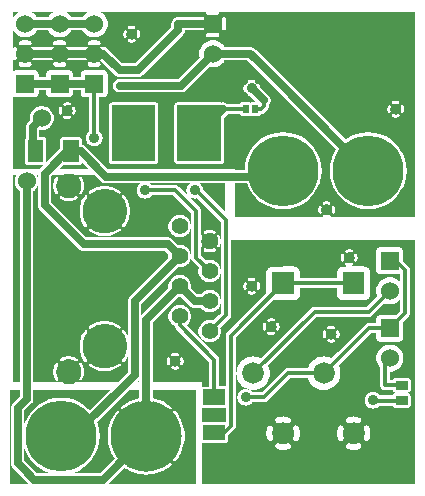
<source format=gbr>
G04 start of page 2 for group 0 idx 0 *
G04 Title: (unknown), top *
G04 Creator: pcb 20140316 *
G04 CreationDate: Tue 15 Mar 2016 09:58:54 PM GMT UTC *
G04 For: commonadmin *
G04 Format: Gerber/RS-274X *
G04 PCB-Dimensions (mil): 1410.00 1650.00 *
G04 PCB-Coordinate-Origin: lower left *
%MOIN*%
%FSLAX25Y25*%
%LNTOP*%
%ADD32C,0.0630*%
%ADD31C,0.1280*%
%ADD30C,0.0354*%
%ADD29C,0.1870*%
%ADD28C,0.0300*%
%ADD27C,0.0380*%
%ADD26C,0.0350*%
%ADD25C,0.0200*%
%ADD24C,0.0360*%
%ADD23R,0.0295X0.0295*%
%ADD22R,0.0197X0.0197*%
%ADD21R,0.0512X0.0512*%
%ADD20R,0.1450X0.1450*%
%ADD19C,0.0720*%
%ADD18C,0.0827*%
%ADD17C,0.1476*%
%ADD16C,0.0551*%
%ADD15C,0.2362*%
%ADD14C,0.0600*%
%ADD13C,0.0140*%
%ADD12C,0.0250*%
%ADD11C,0.0001*%
G54D11*G36*
X57694Y25645D02*X57933Y25073D01*
X58248Y24083D01*
X58475Y23069D01*
X58612Y22038D01*
X58657Y21000D01*
X58612Y19962D01*
X58475Y18931D01*
X58248Y17917D01*
X57933Y16927D01*
X57694Y16355D01*
Y25645D01*
G37*
G36*
Y36500D02*X63500D01*
Y5000D01*
X57694D01*
Y14183D01*
X57923Y14538D01*
X58448Y15537D01*
X58883Y16578D01*
X59225Y17653D01*
X59472Y18754D01*
X59620Y19873D01*
X59670Y21000D01*
X59620Y22127D01*
X59472Y23246D01*
X59225Y24347D01*
X58883Y25422D01*
X58448Y26463D01*
X57923Y27462D01*
X57694Y27817D01*
Y36500D01*
G37*
G36*
X49096D02*X57694D01*
Y27817D01*
X57312Y28411D01*
X56620Y29302D01*
X56564Y29359D01*
X56499Y29407D01*
X56427Y29444D01*
X56350Y29469D01*
X56271Y29482D01*
X56190Y29482D01*
X56111Y29469D01*
X56034Y29445D01*
X55962Y29408D01*
X55897Y29361D01*
X55840Y29304D01*
X55793Y29239D01*
X55756Y29168D01*
X55731Y29091D01*
X55718Y29012D01*
X55718Y28931D01*
X55730Y28852D01*
X55755Y28775D01*
X55791Y28703D01*
X55839Y28639D01*
X56486Y27826D01*
X57048Y26952D01*
X57532Y26032D01*
X57694Y25645D01*
Y16355D01*
X57532Y15968D01*
X57048Y15048D01*
X56486Y14174D01*
X55848Y13354D01*
X55801Y13291D01*
X55765Y13221D01*
X55741Y13146D01*
X55729Y13068D01*
X55729Y12989D01*
X55742Y12911D01*
X55766Y12837D01*
X55802Y12767D01*
X55849Y12703D01*
X55905Y12648D01*
X55968Y12602D01*
X56039Y12566D01*
X56114Y12542D01*
X56191Y12530D01*
X56270Y12530D01*
X56348Y12542D01*
X56422Y12567D01*
X56492Y12603D01*
X56556Y12649D01*
X56610Y12706D01*
X57312Y13589D01*
X57694Y14183D01*
Y5000D01*
X34028D01*
X39513Y10485D01*
X40385Y9924D01*
X41383Y9399D01*
X42424Y8963D01*
X43499Y8621D01*
X44601Y8375D01*
X45719Y8226D01*
X46846Y8177D01*
X47974Y8226D01*
X49092Y8375D01*
X50193Y8621D01*
X51269Y8963D01*
X52310Y9399D01*
X53308Y9924D01*
X54257Y10535D01*
X55148Y11227D01*
X55206Y11283D01*
X55253Y11348D01*
X55290Y11420D01*
X55315Y11496D01*
X55328Y11576D01*
X55328Y11656D01*
X55316Y11736D01*
X55291Y11812D01*
X55255Y11884D01*
X55208Y11949D01*
X55151Y12006D01*
X55086Y12054D01*
X55014Y12091D01*
X54938Y12116D01*
X54858Y12128D01*
X54778Y12129D01*
X54698Y12116D01*
X54622Y12092D01*
X54550Y12055D01*
X54486Y12007D01*
X53672Y11361D01*
X52798Y10798D01*
X51878Y10314D01*
X50920Y9914D01*
X49929Y9598D01*
X48915Y9372D01*
X47885Y9235D01*
X46846Y9189D01*
X45808Y9235D01*
X44778Y9372D01*
X43764Y9598D01*
X42773Y9914D01*
X41815Y10314D01*
X40895Y10798D01*
X40245Y11217D01*
X48375Y19347D01*
X48442Y19404D01*
X48672Y19673D01*
X48672Y19673D01*
X48857Y19975D01*
X48993Y20303D01*
X49076Y20647D01*
X49103Y21000D01*
X49096Y21088D01*
Y32588D01*
X49929Y32402D01*
X50920Y32086D01*
X51878Y31686D01*
X52798Y31202D01*
X53672Y30639D01*
X54493Y30002D01*
X54556Y29955D01*
X54626Y29919D01*
X54701Y29895D01*
X54779Y29883D01*
X54857Y29883D01*
X54935Y29895D01*
X55010Y29920D01*
X55080Y29956D01*
X55143Y30002D01*
X55199Y30058D01*
X55245Y30122D01*
X55280Y30192D01*
X55305Y30267D01*
X55317Y30345D01*
X55317Y30424D01*
X55304Y30501D01*
X55279Y30576D01*
X55244Y30646D01*
X55197Y30710D01*
X55140Y30764D01*
X54257Y31465D01*
X53308Y32076D01*
X52310Y32601D01*
X51269Y33037D01*
X50193Y33379D01*
X49096Y33624D01*
Y36500D01*
G37*
G36*
X1500D02*X4750D01*
Y34432D01*
X2471Y32153D01*
X2404Y32096D01*
X2174Y31827D01*
X1989Y31525D01*
X1854Y31197D01*
X1771Y30853D01*
X1771Y30853D01*
X1743Y30500D01*
X1750Y30412D01*
Y12088D01*
X1743Y12000D01*
X1771Y11647D01*
Y11647D01*
X1854Y11303D01*
X1989Y10975D01*
X2059Y10861D01*
X2174Y10673D01*
X2174Y10673D01*
X2404Y10404D01*
X2471Y10347D01*
X7818Y5000D01*
X1500D01*
Y36500D01*
G37*
G36*
X9250D02*X34818D01*
X27964Y29646D01*
X27587Y30087D01*
X26053Y31396D01*
X24334Y32450D01*
X22471Y33222D01*
X20510Y33692D01*
X18500Y33851D01*
X16490Y33692D01*
X14529Y33222D01*
X12666Y32450D01*
X10947Y31396D01*
X9413Y30087D01*
X8104Y28553D01*
X7050Y26834D01*
X6278Y24971D01*
X6250Y24853D01*
Y29568D01*
X8529Y31847D01*
X8596Y31904D01*
X8826Y32173D01*
X8826Y32173D01*
X9011Y32475D01*
X9146Y32803D01*
X9229Y33147D01*
X9257Y33500D01*
X9250Y33588D01*
Y36500D01*
G37*
G36*
X30409Y25727D02*X41182Y36500D01*
X44596D01*
Y33624D01*
X43499Y33379D01*
X42424Y33037D01*
X41383Y32601D01*
X40385Y32076D01*
X39436Y31465D01*
X38545Y30773D01*
X38487Y30717D01*
X38440Y30652D01*
X38403Y30580D01*
X38378Y30504D01*
X38365Y30424D01*
X38365Y30344D01*
X38377Y30264D01*
X38402Y30188D01*
X38438Y30116D01*
X38485Y30051D01*
X38542Y29994D01*
X38607Y29946D01*
X38679Y29909D01*
X38755Y29884D01*
X38835Y29872D01*
X38915Y29871D01*
X38995Y29884D01*
X39071Y29908D01*
X39143Y29945D01*
X39207Y29993D01*
X40021Y30639D01*
X40895Y31202D01*
X41815Y31686D01*
X42773Y32086D01*
X43764Y32402D01*
X44596Y32588D01*
Y21932D01*
X37063Y14399D01*
X36645Y15048D01*
X36161Y15968D01*
X35760Y16927D01*
X35445Y17917D01*
X35218Y18931D01*
X35081Y19962D01*
X35035Y21000D01*
X35081Y22038D01*
X35218Y23069D01*
X35445Y24083D01*
X35760Y25073D01*
X36161Y26032D01*
X36645Y26952D01*
X37207Y27826D01*
X37845Y28646D01*
X37892Y28709D01*
X37927Y28779D01*
X37952Y28854D01*
X37964Y28932D01*
X37963Y29011D01*
X37951Y29089D01*
X37926Y29163D01*
X37891Y29233D01*
X37844Y29297D01*
X37788Y29352D01*
X37725Y29399D01*
X37654Y29434D01*
X37579Y29458D01*
X37502Y29470D01*
X37423Y29470D01*
X37345Y29458D01*
X37270Y29433D01*
X37200Y29397D01*
X37137Y29351D01*
X37083Y29294D01*
X36381Y28411D01*
X35770Y27462D01*
X35245Y26463D01*
X34810Y25422D01*
X34468Y24347D01*
X34221Y23246D01*
X34073Y22127D01*
X34023Y21000D01*
X34073Y19873D01*
X34221Y18754D01*
X34468Y17653D01*
X34810Y16578D01*
X35245Y15537D01*
X35770Y14538D01*
X36331Y13667D01*
X31414Y8750D01*
X22353D01*
X22471Y8778D01*
X24334Y9550D01*
X26053Y10604D01*
X27587Y11913D01*
X28896Y13447D01*
X29950Y15166D01*
X30722Y17029D01*
X31192Y18990D01*
X31311Y21000D01*
X31192Y23010D01*
X30722Y24971D01*
X30409Y25727D01*
G37*
G36*
X14647Y8750D02*X10432D01*
X6250Y12932D01*
Y17147D01*
X6278Y17029D01*
X7050Y15166D01*
X8104Y13447D01*
X9413Y11913D01*
X10947Y10604D01*
X12666Y9550D01*
X14529Y8778D01*
X14647Y8750D01*
G37*
G36*
X127330Y75005D02*X131235Y75014D01*
X131300Y75029D01*
Y72565D01*
X131192Y72692D01*
X130653Y73152D01*
X130049Y73522D01*
X129395Y73793D01*
X128706Y73958D01*
X128000Y74014D01*
X127330Y73961D01*
Y75005D01*
G37*
G36*
Y86500D02*X136500D01*
Y5000D01*
X127330D01*
Y31182D01*
X129057D01*
X129078Y31096D01*
X129138Y30951D01*
X129220Y30816D01*
X129323Y30697D01*
X129442Y30594D01*
X129577Y30512D01*
X129722Y30452D01*
X129875Y30415D01*
X130032Y30406D01*
X134125Y30415D01*
X134278Y30452D01*
X134423Y30512D01*
X134558Y30594D01*
X134677Y30697D01*
X134780Y30816D01*
X134862Y30951D01*
X134922Y31096D01*
X134959Y31249D01*
X134968Y31406D01*
X134959Y34515D01*
X134922Y34668D01*
X134862Y34813D01*
X134780Y34948D01*
X134677Y35067D01*
X134558Y35169D01*
X134423Y35252D01*
X134278Y35312D01*
X134125Y35349D01*
X133968Y35358D01*
X129875Y35349D01*
X129722Y35312D01*
X129577Y35252D01*
X129442Y35169D01*
X129323Y35067D01*
X129220Y34948D01*
X129138Y34813D01*
X129078Y34668D01*
X129057Y34582D01*
X127330D01*
Y36300D01*
X129057D01*
X129078Y36214D01*
X129138Y36069D01*
X129220Y35934D01*
X129323Y35815D01*
X129442Y35712D01*
X129577Y35630D01*
X129722Y35570D01*
X129875Y35533D01*
X130032Y35524D01*
X134125Y35533D01*
X134278Y35570D01*
X134423Y35630D01*
X134558Y35712D01*
X134677Y35815D01*
X134780Y35934D01*
X134862Y36069D01*
X134922Y36214D01*
X134959Y36367D01*
X134968Y36524D01*
X134959Y39633D01*
X134922Y39786D01*
X134862Y39931D01*
X134780Y40066D01*
X134677Y40185D01*
X134558Y40287D01*
X134423Y40370D01*
X134278Y40430D01*
X134125Y40467D01*
X133968Y40476D01*
X129875Y40467D01*
X129722Y40430D01*
X129577Y40370D01*
X129442Y40287D01*
X129323Y40185D01*
X129220Y40066D01*
X129138Y39931D01*
X129078Y39786D01*
X129057Y39700D01*
X128200D01*
Y42502D01*
X128706Y42542D01*
X129395Y42707D01*
X130049Y42978D01*
X130653Y43348D01*
X131192Y43808D01*
X131652Y44347D01*
X132022Y44951D01*
X132293Y45605D01*
X132458Y46294D01*
X132500Y47000D01*
X132458Y47706D01*
X132293Y48395D01*
X132022Y49049D01*
X131652Y49653D01*
X131192Y50192D01*
X130653Y50652D01*
X130049Y51022D01*
X129395Y51293D01*
X128706Y51458D01*
X128000Y51514D01*
X127330Y51461D01*
Y52505D01*
X131235Y52514D01*
X131465Y52569D01*
X131683Y52659D01*
X131884Y52783D01*
X132064Y52936D01*
X132217Y53116D01*
X132341Y53317D01*
X132431Y53535D01*
X132486Y53765D01*
X132500Y54000D01*
X132489Y59085D01*
X134155Y60751D01*
X134206Y60794D01*
X134379Y60997D01*
X134380Y60998D01*
X134519Y61226D01*
X134622Y61473D01*
X134684Y61733D01*
X134705Y62000D01*
X134700Y62067D01*
Y76433D01*
X134705Y76500D01*
X134684Y76767D01*
X134622Y77027D01*
X134519Y77274D01*
X134380Y77502D01*
X134206Y77706D01*
X134155Y77749D01*
X132494Y79411D01*
X132486Y82735D01*
X132431Y82965D01*
X132341Y83183D01*
X132217Y83384D01*
X132064Y83564D01*
X131884Y83717D01*
X131683Y83841D01*
X131465Y83931D01*
X131235Y83986D01*
X131000Y84000D01*
X127330Y83992D01*
Y86500D01*
G37*
G36*
X120440Y54036D02*X121704Y55300D01*
X123510D01*
X123514Y53765D01*
X123569Y53535D01*
X123659Y53317D01*
X123783Y53116D01*
X123936Y52936D01*
X124116Y52783D01*
X124317Y52659D01*
X124535Y52569D01*
X124765Y52514D01*
X125000Y52500D01*
X127330Y52505D01*
Y51461D01*
X127294Y51458D01*
X126605Y51293D01*
X125951Y51022D01*
X125347Y50652D01*
X124808Y50192D01*
X124348Y49653D01*
X123978Y49049D01*
X123707Y48395D01*
X123542Y47706D01*
X123486Y47000D01*
X123542Y46294D01*
X123707Y45605D01*
X123978Y44951D01*
X124348Y44347D01*
X124800Y43818D01*
Y38067D01*
X124795Y38000D01*
X124816Y37733D01*
X124878Y37473D01*
X124981Y37226D01*
X125120Y36998D01*
X125294Y36794D01*
X125498Y36620D01*
X125726Y36481D01*
X125973Y36378D01*
X126233Y36316D01*
X126233Y36316D01*
X126500Y36295D01*
X126567Y36300D01*
X127330D01*
Y34582D01*
X124815D01*
X124772Y34651D01*
X124486Y34986D01*
X124151Y35272D01*
X123775Y35503D01*
X123368Y35671D01*
X122939Y35774D01*
X122500Y35809D01*
X122061Y35774D01*
X121632Y35671D01*
X121225Y35503D01*
X120849Y35272D01*
X120514Y34986D01*
X120440Y34900D01*
Y54036D01*
G37*
G36*
X127330Y5000D02*X120440D01*
Y19427D01*
X120562Y19451D01*
X120708Y19505D01*
X120843Y19580D01*
X120965Y19676D01*
X121071Y19789D01*
X121157Y19918D01*
X121219Y20059D01*
X121377Y20529D01*
X121486Y21013D01*
X121552Y21505D01*
X121574Y22000D01*
X121552Y22495D01*
X121486Y22987D01*
X121377Y23471D01*
X121225Y23943D01*
X121160Y24084D01*
X121073Y24213D01*
X120968Y24327D01*
X120845Y24423D01*
X120709Y24499D01*
X120563Y24552D01*
X120440Y24576D01*
Y31100D01*
X120514Y31014D01*
X120849Y30728D01*
X121225Y30497D01*
X121632Y30329D01*
X122061Y30226D01*
X122500Y30191D01*
X122939Y30226D01*
X123368Y30329D01*
X123775Y30497D01*
X124151Y30728D01*
X124486Y31014D01*
X124629Y31182D01*
X127330D01*
Y5000D01*
G37*
G36*
X120440D02*X116002D01*
Y16426D01*
X116495Y16448D01*
X116987Y16514D01*
X117471Y16623D01*
X117943Y16775D01*
X118084Y16840D01*
X118213Y16927D01*
X118327Y17032D01*
X118423Y17155D01*
X118499Y17291D01*
X118552Y17437D01*
X118582Y17589D01*
X118588Y17745D01*
X118569Y17899D01*
X118526Y18049D01*
X118461Y18190D01*
X118374Y18319D01*
X118268Y18433D01*
X118146Y18528D01*
X118010Y18604D01*
X117864Y18658D01*
X117712Y18687D01*
X117556Y18693D01*
X117402Y18675D01*
X117253Y18629D01*
X116950Y18528D01*
X116637Y18457D01*
X116320Y18414D01*
X116002Y18400D01*
Y25600D01*
X116320Y25586D01*
X116637Y25543D01*
X116950Y25472D01*
X117255Y25374D01*
X117403Y25329D01*
X117556Y25310D01*
X117711Y25316D01*
X117863Y25346D01*
X118009Y25399D01*
X118144Y25475D01*
X118266Y25570D01*
X118371Y25684D01*
X118458Y25812D01*
X118523Y25953D01*
X118566Y26102D01*
X118584Y26256D01*
X118578Y26410D01*
X118549Y26562D01*
X118495Y26708D01*
X118420Y26843D01*
X118324Y26965D01*
X118211Y27071D01*
X118082Y27157D01*
X117941Y27219D01*
X117471Y27377D01*
X116987Y27486D01*
X116495Y27552D01*
X116002Y27574D01*
Y49598D01*
X120440Y54036D01*
Y34900D01*
X120228Y34651D01*
X119997Y34275D01*
X119829Y33868D01*
X119726Y33439D01*
X119691Y33000D01*
X119726Y32561D01*
X119829Y32132D01*
X119997Y31725D01*
X120228Y31349D01*
X120440Y31100D01*
Y24576D01*
X120411Y24582D01*
X120255Y24588D01*
X120101Y24569D01*
X119951Y24526D01*
X119810Y24461D01*
X119681Y24374D01*
X119567Y24268D01*
X119472Y24146D01*
X119396Y24010D01*
X119342Y23864D01*
X119313Y23712D01*
X119307Y23556D01*
X119325Y23402D01*
X119371Y23253D01*
X119472Y22950D01*
X119543Y22637D01*
X119586Y22320D01*
X119600Y22000D01*
X119586Y21680D01*
X119543Y21363D01*
X119472Y21050D01*
X119374Y20745D01*
X119329Y20597D01*
X119310Y20444D01*
X119316Y20289D01*
X119346Y20137D01*
X119399Y19991D01*
X119475Y19856D01*
X119570Y19734D01*
X119684Y19629D01*
X119812Y19542D01*
X119953Y19477D01*
X120102Y19434D01*
X120256Y19416D01*
X120410Y19422D01*
X120440Y19427D01*
Y5000D01*
G37*
G36*
X116002D02*X111560D01*
Y19424D01*
X111589Y19418D01*
X111745Y19412D01*
X111899Y19431D01*
X112049Y19474D01*
X112190Y19539D01*
X112319Y19626D01*
X112433Y19732D01*
X112528Y19854D01*
X112604Y19990D01*
X112658Y20136D01*
X112687Y20288D01*
X112693Y20444D01*
X112675Y20598D01*
X112629Y20747D01*
X112528Y21050D01*
X112457Y21363D01*
X112414Y21680D01*
X112400Y22000D01*
X112414Y22320D01*
X112457Y22637D01*
X112528Y22950D01*
X112626Y23255D01*
X112671Y23403D01*
X112690Y23556D01*
X112684Y23711D01*
X112654Y23863D01*
X112601Y24009D01*
X112525Y24144D01*
X112430Y24266D01*
X112316Y24371D01*
X112188Y24458D01*
X112047Y24523D01*
X111898Y24566D01*
X111744Y24584D01*
X111590Y24578D01*
X111560Y24573D01*
Y41849D01*
X111568Y42000D01*
X111560Y42151D01*
Y45155D01*
X116002Y49598D01*
Y27574D01*
X116000Y27574D01*
X115505Y27552D01*
X115013Y27486D01*
X114529Y27377D01*
X114057Y27225D01*
X113916Y27160D01*
X113787Y27073D01*
X113673Y26968D01*
X113577Y26845D01*
X113501Y26709D01*
X113448Y26563D01*
X113418Y26411D01*
X113412Y26255D01*
X113431Y26101D01*
X113474Y25951D01*
X113539Y25810D01*
X113626Y25681D01*
X113732Y25567D01*
X113854Y25472D01*
X113990Y25396D01*
X114136Y25342D01*
X114288Y25313D01*
X114444Y25307D01*
X114598Y25325D01*
X114747Y25371D01*
X115050Y25472D01*
X115363Y25543D01*
X115680Y25586D01*
X116000Y25600D01*
X116002Y25600D01*
Y18400D01*
X116000Y18400D01*
X115680Y18414D01*
X115363Y18457D01*
X115050Y18528D01*
X114745Y18626D01*
X114597Y18671D01*
X114444Y18690D01*
X114289Y18684D01*
X114137Y18654D01*
X113991Y18601D01*
X113856Y18525D01*
X113734Y18430D01*
X113629Y18316D01*
X113542Y18188D01*
X113477Y18047D01*
X113434Y17898D01*
X113416Y17744D01*
X113422Y17590D01*
X113451Y17438D01*
X113505Y17292D01*
X113580Y17157D01*
X113676Y17035D01*
X113789Y16929D01*
X113918Y16843D01*
X114059Y16781D01*
X114529Y16623D01*
X115013Y16514D01*
X115505Y16448D01*
X116000Y16426D01*
X116002Y16426D01*
Y5000D01*
G37*
G36*
X111560Y42151D02*X111517Y42874D01*
X111312Y43726D01*
X110977Y44536D01*
X110963Y44559D01*
X111560Y45155D01*
Y42151D01*
G37*
G36*
Y5000D02*X105810D01*
Y36429D01*
X106000Y36414D01*
X106874Y36483D01*
X107726Y36688D01*
X108536Y37023D01*
X109283Y37481D01*
X109950Y38050D01*
X110519Y38717D01*
X110977Y39464D01*
X111312Y40274D01*
X111517Y41126D01*
X111560Y41849D01*
Y24573D01*
X111438Y24549D01*
X111292Y24495D01*
X111157Y24420D01*
X111035Y24324D01*
X110929Y24211D01*
X110843Y24082D01*
X110781Y23941D01*
X110623Y23471D01*
X110514Y22987D01*
X110448Y22495D01*
X110426Y22000D01*
X110448Y21505D01*
X110514Y21013D01*
X110623Y20529D01*
X110775Y20057D01*
X110840Y19916D01*
X110927Y19787D01*
X111032Y19673D01*
X111155Y19577D01*
X111291Y19501D01*
X111437Y19448D01*
X111560Y19424D01*
Y5000D01*
G37*
G36*
X116730Y86500D02*X127330D01*
Y83992D01*
X124765Y83986D01*
X124535Y83931D01*
X124317Y83841D01*
X124116Y83717D01*
X123936Y83564D01*
X123783Y83384D01*
X123659Y83183D01*
X123569Y82965D01*
X123514Y82735D01*
X123500Y82500D01*
X123514Y76265D01*
X123569Y76035D01*
X123659Y75817D01*
X123783Y75616D01*
X123936Y75436D01*
X124116Y75283D01*
X124317Y75159D01*
X124535Y75069D01*
X124765Y75014D01*
X125000Y75000D01*
X127330Y75005D01*
Y73961D01*
X127294Y73958D01*
X126605Y73793D01*
X125951Y73522D01*
X125347Y73152D01*
X124808Y72692D01*
X124348Y72153D01*
X123978Y71549D01*
X123707Y70895D01*
X123542Y70206D01*
X123486Y69500D01*
X123542Y68794D01*
X123707Y68105D01*
X123852Y67756D01*
X120296Y64200D01*
X116730D01*
Y66442D01*
X119909Y66450D01*
X120210Y66522D01*
X120496Y66641D01*
X120761Y66803D01*
X120996Y67004D01*
X121197Y67239D01*
X121359Y67504D01*
X121478Y67790D01*
X121550Y68091D01*
X121568Y68400D01*
X121550Y75909D01*
X121478Y76210D01*
X121359Y76496D01*
X121197Y76761D01*
X120996Y76996D01*
X120761Y77197D01*
X120496Y77359D01*
X120210Y77478D01*
X119909Y77550D01*
X119600Y77568D01*
X116730Y77562D01*
Y79214D01*
X116798Y79228D01*
X116871Y79255D01*
X116940Y79294D01*
X117002Y79343D01*
X117055Y79401D01*
X117098Y79466D01*
X117130Y79538D01*
X117206Y79771D01*
X117260Y80011D01*
X117292Y80255D01*
X117303Y80500D01*
X117292Y80745D01*
X117260Y80989D01*
X117206Y81229D01*
X117132Y81463D01*
X117100Y81535D01*
X117056Y81600D01*
X117003Y81659D01*
X116941Y81708D01*
X116872Y81746D01*
X116798Y81774D01*
X116730Y81788D01*
Y86500D01*
G37*
G36*
Y64200D02*X114501D01*
Y66437D01*
X116730Y66442D01*
Y64200D01*
G37*
G36*
X114501Y86500D02*X116730D01*
Y81788D01*
X116721Y81790D01*
X116642Y81793D01*
X116563Y81784D01*
X116487Y81763D01*
X116415Y81730D01*
X116350Y81686D01*
X116291Y81633D01*
X116242Y81571D01*
X116204Y81502D01*
X116176Y81428D01*
X116160Y81351D01*
X116157Y81272D01*
X116166Y81193D01*
X116189Y81118D01*
X116238Y80968D01*
X116272Y80814D01*
X116293Y80658D01*
X116300Y80500D01*
X116293Y80342D01*
X116272Y80186D01*
X116238Y80032D01*
X116190Y79882D01*
X116168Y79806D01*
X116159Y79728D01*
X116162Y79650D01*
X116178Y79573D01*
X116205Y79499D01*
X116244Y79430D01*
X116293Y79369D01*
X116351Y79315D01*
X116416Y79272D01*
X116488Y79239D01*
X116564Y79218D01*
X116642Y79209D01*
X116720Y79212D01*
X116730Y79214D01*
Y77562D01*
X114501Y77556D01*
Y77697D01*
X114745Y77708D01*
X114989Y77740D01*
X115229Y77794D01*
X115463Y77868D01*
X115535Y77900D01*
X115600Y77944D01*
X115659Y77997D01*
X115708Y78059D01*
X115746Y78128D01*
X115774Y78202D01*
X115790Y78279D01*
X115793Y78358D01*
X115784Y78437D01*
X115763Y78513D01*
X115730Y78585D01*
X115686Y78650D01*
X115633Y78709D01*
X115571Y78758D01*
X115502Y78796D01*
X115428Y78824D01*
X115351Y78840D01*
X115272Y78843D01*
X115193Y78834D01*
X115118Y78811D01*
X114968Y78762D01*
X114814Y78728D01*
X114658Y78707D01*
X114501Y78700D01*
Y82300D01*
X114658Y82293D01*
X114814Y82272D01*
X114968Y82238D01*
X115118Y82190D01*
X115194Y82168D01*
X115272Y82159D01*
X115350Y82162D01*
X115427Y82178D01*
X115501Y82205D01*
X115570Y82244D01*
X115631Y82293D01*
X115685Y82351D01*
X115728Y82416D01*
X115761Y82488D01*
X115782Y82564D01*
X115791Y82642D01*
X115788Y82720D01*
X115772Y82798D01*
X115745Y82871D01*
X115706Y82940D01*
X115657Y83002D01*
X115599Y83055D01*
X115534Y83098D01*
X115462Y83130D01*
X115229Y83206D01*
X114989Y83260D01*
X114745Y83292D01*
X114501Y83303D01*
Y86500D01*
G37*
G36*
Y64200D02*X105810D01*
Y70300D01*
X110444D01*
X110450Y68091D01*
X110522Y67790D01*
X110641Y67504D01*
X110803Y67239D01*
X111004Y67004D01*
X111239Y66803D01*
X111504Y66641D01*
X111790Y66522D01*
X112091Y66450D01*
X112400Y66432D01*
X114501Y66437D01*
Y64200D01*
G37*
G36*
X112270Y86500D02*X114501D01*
Y83303D01*
X114500Y83303D01*
X114255Y83292D01*
X114011Y83260D01*
X113771Y83206D01*
X113537Y83132D01*
X113465Y83100D01*
X113400Y83056D01*
X113341Y83003D01*
X113292Y82941D01*
X113254Y82872D01*
X113226Y82798D01*
X113210Y82721D01*
X113207Y82642D01*
X113216Y82563D01*
X113237Y82487D01*
X113270Y82415D01*
X113314Y82350D01*
X113367Y82291D01*
X113429Y82242D01*
X113498Y82204D01*
X113572Y82176D01*
X113649Y82160D01*
X113728Y82157D01*
X113807Y82166D01*
X113882Y82189D01*
X114032Y82238D01*
X114186Y82272D01*
X114342Y82293D01*
X114500Y82300D01*
X114501Y82300D01*
Y78700D01*
X114500Y78700D01*
X114342Y78707D01*
X114186Y78728D01*
X114032Y78762D01*
X113882Y78810D01*
X113806Y78832D01*
X113728Y78841D01*
X113650Y78838D01*
X113573Y78822D01*
X113499Y78795D01*
X113430Y78756D01*
X113369Y78707D01*
X113315Y78649D01*
X113272Y78584D01*
X113239Y78512D01*
X113218Y78436D01*
X113209Y78358D01*
X113212Y78280D01*
X113228Y78202D01*
X113255Y78129D01*
X113294Y78060D01*
X113343Y77998D01*
X113401Y77945D01*
X113466Y77902D01*
X113538Y77870D01*
X113771Y77794D01*
X114011Y77740D01*
X114255Y77708D01*
X114500Y77697D01*
X114501Y77697D01*
Y77556D01*
X112270Y77551D01*
Y79212D01*
X112279Y79210D01*
X112358Y79207D01*
X112437Y79216D01*
X112513Y79237D01*
X112585Y79270D01*
X112650Y79314D01*
X112709Y79367D01*
X112758Y79429D01*
X112796Y79498D01*
X112824Y79572D01*
X112840Y79649D01*
X112843Y79728D01*
X112834Y79807D01*
X112811Y79882D01*
X112762Y80032D01*
X112728Y80186D01*
X112707Y80342D01*
X112700Y80500D01*
X112707Y80658D01*
X112728Y80814D01*
X112762Y80968D01*
X112810Y81118D01*
X112832Y81194D01*
X112841Y81272D01*
X112838Y81350D01*
X112822Y81427D01*
X112795Y81501D01*
X112756Y81570D01*
X112707Y81631D01*
X112649Y81685D01*
X112584Y81728D01*
X112512Y81761D01*
X112436Y81782D01*
X112358Y81791D01*
X112280Y81788D01*
X112270Y81786D01*
Y86500D01*
G37*
G36*
X105810D02*X112270D01*
Y81786D01*
X112202Y81772D01*
X112129Y81745D01*
X112060Y81706D01*
X111998Y81657D01*
X111945Y81599D01*
X111902Y81534D01*
X111870Y81462D01*
X111794Y81229D01*
X111740Y80989D01*
X111708Y80745D01*
X111697Y80500D01*
X111708Y80255D01*
X111740Y80011D01*
X111794Y79771D01*
X111868Y79537D01*
X111900Y79465D01*
X111944Y79400D01*
X111997Y79341D01*
X112059Y79292D01*
X112128Y79254D01*
X112202Y79226D01*
X112270Y79212D01*
Y77551D01*
X112091Y77550D01*
X111790Y77478D01*
X111504Y77359D01*
X111239Y77197D01*
X111004Y76996D01*
X110803Y76761D01*
X110641Y76496D01*
X110522Y76210D01*
X110450Y75909D01*
X110432Y75600D01*
X110436Y73700D01*
X105810D01*
Y86500D01*
G37*
G36*
X90730Y66436D02*X96409Y66450D01*
X96710Y66522D01*
X96996Y66641D01*
X97261Y66803D01*
X97496Y67004D01*
X97697Y67239D01*
X97859Y67504D01*
X97978Y67790D01*
X98050Y68091D01*
X98068Y68400D01*
X98064Y70300D01*
X105810D01*
Y64200D01*
X103067D01*
X103000Y64205D01*
X102733Y64184D01*
X102473Y64122D01*
X102226Y64019D01*
X101998Y63880D01*
X101997Y63879D01*
X101794Y63706D01*
X101751Y63655D01*
X90730Y52634D01*
Y56214D01*
X90798Y56228D01*
X90871Y56255D01*
X90940Y56294D01*
X91002Y56343D01*
X91055Y56401D01*
X91098Y56466D01*
X91130Y56538D01*
X91206Y56771D01*
X91260Y57011D01*
X91292Y57255D01*
X91303Y57500D01*
X91292Y57745D01*
X91260Y57989D01*
X91206Y58229D01*
X91132Y58463D01*
X91100Y58535D01*
X91056Y58600D01*
X91003Y58659D01*
X90941Y58708D01*
X90872Y58746D01*
X90798Y58774D01*
X90730Y58788D01*
Y66436D01*
G37*
G36*
X88501Y65597D02*X89337Y66433D01*
X90730Y66436D01*
Y58788D01*
X90721Y58790D01*
X90642Y58793D01*
X90563Y58784D01*
X90487Y58763D01*
X90415Y58730D01*
X90350Y58686D01*
X90291Y58633D01*
X90242Y58571D01*
X90204Y58502D01*
X90176Y58428D01*
X90160Y58351D01*
X90157Y58272D01*
X90166Y58193D01*
X90189Y58118D01*
X90238Y57968D01*
X90272Y57814D01*
X90293Y57658D01*
X90300Y57500D01*
X90293Y57342D01*
X90272Y57186D01*
X90238Y57032D01*
X90190Y56882D01*
X90168Y56806D01*
X90159Y56728D01*
X90162Y56650D01*
X90178Y56573D01*
X90205Y56499D01*
X90244Y56430D01*
X90293Y56369D01*
X90351Y56315D01*
X90416Y56272D01*
X90488Y56239D01*
X90564Y56218D01*
X90642Y56209D01*
X90720Y56212D01*
X90730Y56214D01*
Y52634D01*
X88501Y50405D01*
Y54697D01*
X88745Y54708D01*
X88989Y54740D01*
X89229Y54794D01*
X89463Y54868D01*
X89535Y54900D01*
X89600Y54944D01*
X89659Y54997D01*
X89708Y55059D01*
X89746Y55128D01*
X89774Y55202D01*
X89790Y55279D01*
X89793Y55358D01*
X89784Y55437D01*
X89763Y55513D01*
X89730Y55585D01*
X89686Y55650D01*
X89633Y55709D01*
X89571Y55758D01*
X89502Y55796D01*
X89428Y55824D01*
X89351Y55840D01*
X89272Y55843D01*
X89193Y55834D01*
X89118Y55811D01*
X88968Y55762D01*
X88814Y55728D01*
X88658Y55707D01*
X88501Y55700D01*
Y59300D01*
X88658Y59293D01*
X88814Y59272D01*
X88968Y59238D01*
X89118Y59190D01*
X89194Y59168D01*
X89272Y59159D01*
X89350Y59162D01*
X89427Y59178D01*
X89501Y59205D01*
X89570Y59244D01*
X89631Y59293D01*
X89685Y59351D01*
X89728Y59416D01*
X89761Y59488D01*
X89782Y59564D01*
X89791Y59642D01*
X89788Y59720D01*
X89772Y59798D01*
X89745Y59871D01*
X89706Y59940D01*
X89657Y60002D01*
X89599Y60055D01*
X89534Y60098D01*
X89462Y60130D01*
X89229Y60206D01*
X88989Y60260D01*
X88745Y60292D01*
X88501Y60303D01*
Y65597D01*
G37*
G36*
X105810Y5000D02*X96940D01*
Y19427D01*
X97062Y19451D01*
X97208Y19505D01*
X97343Y19580D01*
X97465Y19676D01*
X97571Y19789D01*
X97657Y19918D01*
X97719Y20059D01*
X97877Y20529D01*
X97986Y21013D01*
X98052Y21505D01*
X98074Y22000D01*
X98052Y22495D01*
X97986Y22987D01*
X97877Y23471D01*
X97725Y23943D01*
X97660Y24084D01*
X97573Y24213D01*
X97468Y24327D01*
X97345Y24423D01*
X97209Y24499D01*
X97063Y24552D01*
X96940Y24576D01*
Y40300D01*
X100681D01*
X100688Y40274D01*
X101023Y39464D01*
X101481Y38717D01*
X102050Y38050D01*
X102717Y37481D01*
X103464Y37023D01*
X104274Y36688D01*
X105126Y36483D01*
X105810Y36429D01*
Y5000D01*
G37*
G36*
X96940D02*X92502D01*
Y16426D01*
X92995Y16448D01*
X93487Y16514D01*
X93971Y16623D01*
X94443Y16775D01*
X94584Y16840D01*
X94713Y16927D01*
X94827Y17032D01*
X94923Y17155D01*
X94999Y17291D01*
X95052Y17437D01*
X95082Y17589D01*
X95088Y17745D01*
X95069Y17899D01*
X95026Y18049D01*
X94961Y18190D01*
X94874Y18319D01*
X94768Y18433D01*
X94646Y18528D01*
X94510Y18604D01*
X94364Y18658D01*
X94212Y18687D01*
X94056Y18693D01*
X93902Y18675D01*
X93753Y18629D01*
X93450Y18528D01*
X93137Y18457D01*
X92820Y18414D01*
X92502Y18400D01*
Y25600D01*
X92820Y25586D01*
X93137Y25543D01*
X93450Y25472D01*
X93755Y25374D01*
X93903Y25329D01*
X94056Y25310D01*
X94211Y25316D01*
X94363Y25346D01*
X94509Y25399D01*
X94644Y25475D01*
X94766Y25570D01*
X94871Y25684D01*
X94958Y25812D01*
X95023Y25953D01*
X95066Y26102D01*
X95084Y26256D01*
X95078Y26410D01*
X95049Y26562D01*
X94995Y26708D01*
X94920Y26843D01*
X94824Y26965D01*
X94711Y27071D01*
X94582Y27157D01*
X94441Y27219D01*
X93971Y27377D01*
X93487Y27486D01*
X92995Y27552D01*
X92502Y27574D01*
Y38098D01*
X94704Y40300D01*
X96940D01*
Y24576D01*
X96911Y24582D01*
X96755Y24588D01*
X96601Y24569D01*
X96451Y24526D01*
X96310Y24461D01*
X96181Y24374D01*
X96067Y24268D01*
X95972Y24146D01*
X95896Y24010D01*
X95842Y23864D01*
X95813Y23712D01*
X95807Y23556D01*
X95825Y23402D01*
X95871Y23253D01*
X95972Y22950D01*
X96043Y22637D01*
X96086Y22320D01*
X96100Y22000D01*
X96086Y21680D01*
X96043Y21363D01*
X95972Y21050D01*
X95874Y20745D01*
X95829Y20597D01*
X95810Y20444D01*
X95816Y20289D01*
X95846Y20137D01*
X95899Y19991D01*
X95975Y19856D01*
X96070Y19734D01*
X96184Y19629D01*
X96312Y19542D01*
X96453Y19477D01*
X96602Y19434D01*
X96756Y19416D01*
X96910Y19422D01*
X96940Y19427D01*
Y5000D01*
G37*
G36*
X92502D02*X88501D01*
Y19460D01*
X88549Y19474D01*
X88690Y19539D01*
X88819Y19626D01*
X88933Y19732D01*
X89028Y19854D01*
X89104Y19990D01*
X89158Y20136D01*
X89187Y20288D01*
X89193Y20444D01*
X89175Y20598D01*
X89129Y20747D01*
X89028Y21050D01*
X88957Y21363D01*
X88914Y21680D01*
X88900Y22000D01*
X88914Y22320D01*
X88957Y22637D01*
X89028Y22950D01*
X89126Y23255D01*
X89171Y23403D01*
X89190Y23556D01*
X89184Y23711D01*
X89154Y23863D01*
X89101Y24009D01*
X89025Y24144D01*
X88930Y24266D01*
X88816Y24371D01*
X88688Y24458D01*
X88547Y24523D01*
X88501Y24536D01*
Y34097D01*
X92502Y38098D01*
Y27574D01*
X92500Y27574D01*
X92005Y27552D01*
X91513Y27486D01*
X91029Y27377D01*
X90557Y27225D01*
X90416Y27160D01*
X90287Y27073D01*
X90173Y26968D01*
X90077Y26845D01*
X90001Y26709D01*
X89948Y26563D01*
X89918Y26411D01*
X89912Y26255D01*
X89931Y26101D01*
X89974Y25951D01*
X90039Y25810D01*
X90126Y25681D01*
X90232Y25567D01*
X90354Y25472D01*
X90490Y25396D01*
X90636Y25342D01*
X90788Y25313D01*
X90944Y25307D01*
X91098Y25325D01*
X91247Y25371D01*
X91550Y25472D01*
X91863Y25543D01*
X92180Y25586D01*
X92500Y25600D01*
X92502Y25600D01*
Y18400D01*
X92500Y18400D01*
X92180Y18414D01*
X91863Y18457D01*
X91550Y18528D01*
X91245Y18626D01*
X91097Y18671D01*
X90944Y18690D01*
X90789Y18684D01*
X90637Y18654D01*
X90491Y18601D01*
X90356Y18525D01*
X90234Y18430D01*
X90129Y18316D01*
X90042Y18188D01*
X89977Y18047D01*
X89934Y17898D01*
X89916Y17744D01*
X89922Y17590D01*
X89951Y17438D01*
X90005Y17292D01*
X90080Y17157D01*
X90176Y17035D01*
X90289Y16929D01*
X90418Y16843D01*
X90559Y16781D01*
X91029Y16623D01*
X91513Y16514D01*
X92005Y16448D01*
X92500Y16426D01*
X92502Y16426D01*
Y5000D01*
G37*
G36*
X86270Y63366D02*X88501Y65597D01*
Y60303D01*
X88500Y60303D01*
X88255Y60292D01*
X88011Y60260D01*
X87771Y60206D01*
X87537Y60132D01*
X87465Y60100D01*
X87400Y60056D01*
X87341Y60003D01*
X87292Y59941D01*
X87254Y59872D01*
X87226Y59798D01*
X87210Y59721D01*
X87207Y59642D01*
X87216Y59563D01*
X87237Y59487D01*
X87270Y59415D01*
X87314Y59350D01*
X87367Y59291D01*
X87429Y59242D01*
X87498Y59204D01*
X87572Y59176D01*
X87649Y59160D01*
X87728Y59157D01*
X87807Y59166D01*
X87882Y59189D01*
X88032Y59238D01*
X88186Y59272D01*
X88342Y59293D01*
X88500Y59300D01*
X88501Y59300D01*
Y55700D01*
X88500Y55700D01*
X88342Y55707D01*
X88186Y55728D01*
X88032Y55762D01*
X87882Y55810D01*
X87806Y55832D01*
X87728Y55841D01*
X87650Y55838D01*
X87573Y55822D01*
X87499Y55795D01*
X87430Y55756D01*
X87369Y55707D01*
X87315Y55649D01*
X87272Y55584D01*
X87239Y55512D01*
X87218Y55436D01*
X87209Y55358D01*
X87212Y55280D01*
X87228Y55202D01*
X87255Y55129D01*
X87294Y55060D01*
X87343Y54998D01*
X87401Y54945D01*
X87466Y54902D01*
X87538Y54870D01*
X87771Y54794D01*
X88011Y54740D01*
X88255Y54708D01*
X88500Y54697D01*
X88501Y54697D01*
Y50405D01*
X86270Y48174D01*
Y56212D01*
X86279Y56210D01*
X86358Y56207D01*
X86437Y56216D01*
X86513Y56237D01*
X86585Y56270D01*
X86650Y56314D01*
X86709Y56367D01*
X86758Y56429D01*
X86796Y56498D01*
X86824Y56572D01*
X86840Y56649D01*
X86843Y56728D01*
X86834Y56807D01*
X86811Y56882D01*
X86762Y57032D01*
X86728Y57186D01*
X86707Y57342D01*
X86700Y57500D01*
X86707Y57658D01*
X86728Y57814D01*
X86762Y57968D01*
X86810Y58118D01*
X86832Y58194D01*
X86841Y58272D01*
X86838Y58350D01*
X86822Y58427D01*
X86795Y58501D01*
X86756Y58570D01*
X86707Y58631D01*
X86649Y58685D01*
X86584Y58728D01*
X86512Y58761D01*
X86436Y58782D01*
X86358Y58791D01*
X86280Y58788D01*
X86270Y58786D01*
Y63366D01*
G37*
G36*
X88501Y5000D02*X86270D01*
Y32317D01*
X86527Y32378D01*
X86774Y32481D01*
X87002Y32620D01*
X87206Y32794D01*
X87249Y32845D01*
X88501Y34097D01*
Y24536D01*
X88398Y24566D01*
X88244Y24584D01*
X88090Y24578D01*
X87938Y24549D01*
X87792Y24495D01*
X87657Y24420D01*
X87535Y24324D01*
X87429Y24211D01*
X87343Y24082D01*
X87281Y23941D01*
X87123Y23471D01*
X87014Y22987D01*
X86948Y22495D01*
X86926Y22000D01*
X86948Y21505D01*
X87014Y21013D01*
X87123Y20529D01*
X87275Y20057D01*
X87340Y19916D01*
X87427Y19787D01*
X87532Y19673D01*
X87655Y19577D01*
X87791Y19501D01*
X87937Y19448D01*
X88089Y19418D01*
X88245Y19412D01*
X88399Y19431D01*
X88501Y19460D01*
Y5000D01*
G37*
G36*
X86270D02*X65500D01*
Y18665D01*
X65603Y18640D01*
X65760Y18631D01*
X73397Y18640D01*
X73550Y18677D01*
X73695Y18737D01*
X73830Y18819D01*
X73949Y18922D01*
X74052Y19041D01*
X74134Y19175D01*
X74194Y19321D01*
X74231Y19474D01*
X74240Y19631D01*
X74237Y21333D01*
X76155Y23251D01*
X76206Y23294D01*
X76379Y23497D01*
X76380Y23498D01*
X76519Y23726D01*
X76622Y23973D01*
X76684Y24233D01*
X76705Y24500D01*
X76700Y24567D01*
Y53796D01*
X86270Y63366D01*
Y58786D01*
X86202Y58772D01*
X86129Y58745D01*
X86060Y58706D01*
X85998Y58657D01*
X85945Y58599D01*
X85902Y58534D01*
X85870Y58462D01*
X85794Y58229D01*
X85740Y57989D01*
X85708Y57745D01*
X85697Y57500D01*
X85708Y57255D01*
X85740Y57011D01*
X85794Y56771D01*
X85868Y56537D01*
X85900Y56465D01*
X85944Y56400D01*
X85997Y56341D01*
X86059Y56292D01*
X86128Y56254D01*
X86202Y56226D01*
X86270Y56212D01*
Y48174D01*
X85059Y46963D01*
X85036Y46977D01*
X84226Y47312D01*
X83374Y47517D01*
X82500Y47586D01*
X81626Y47517D01*
X80774Y47312D01*
X79964Y46977D01*
X79217Y46519D01*
X78550Y45950D01*
X77981Y45283D01*
X77523Y44536D01*
X77188Y43726D01*
X76983Y42874D01*
X76914Y42000D01*
X76983Y41126D01*
X77188Y40274D01*
X77523Y39464D01*
X77981Y38717D01*
X78550Y38050D01*
X79217Y37481D01*
X79964Y37023D01*
X80739Y36702D01*
X80439Y36774D01*
X80000Y36809D01*
X79561Y36774D01*
X79132Y36671D01*
X78725Y36503D01*
X78349Y36272D01*
X78014Y35986D01*
X77728Y35651D01*
X77497Y35275D01*
X77329Y34868D01*
X77226Y34439D01*
X77191Y34000D01*
X77226Y33561D01*
X77329Y33132D01*
X77497Y32725D01*
X77728Y32349D01*
X78014Y32014D01*
X78349Y31728D01*
X78725Y31497D01*
X79132Y31329D01*
X79561Y31226D01*
X80000Y31191D01*
X80439Y31226D01*
X80868Y31329D01*
X81275Y31497D01*
X81651Y31728D01*
X81986Y32014D01*
X82230Y32300D01*
X85933D01*
X86000Y32295D01*
X86266Y32316D01*
X86267Y32316D01*
X86270Y32317D01*
Y5000D01*
G37*
G36*
X58730Y54866D02*X67800Y45796D01*
Y37552D01*
X65603Y37550D01*
X65500Y37525D01*
Y39000D01*
X58730D01*
Y44714D01*
X58798Y44728D01*
X58871Y44755D01*
X58940Y44794D01*
X59002Y44843D01*
X59055Y44901D01*
X59098Y44966D01*
X59130Y45038D01*
X59206Y45271D01*
X59260Y45511D01*
X59292Y45755D01*
X59303Y46000D01*
X59292Y46245D01*
X59260Y46489D01*
X59206Y46729D01*
X59132Y46963D01*
X59100Y47035D01*
X59056Y47100D01*
X59003Y47159D01*
X58941Y47208D01*
X58872Y47246D01*
X58798Y47274D01*
X58730Y47288D01*
Y54866D01*
G37*
G36*
X56501Y57193D02*X56620Y56998D01*
X56794Y56794D01*
X56845Y56751D01*
X58730Y54866D01*
Y47288D01*
X58721Y47290D01*
X58642Y47293D01*
X58563Y47284D01*
X58487Y47263D01*
X58415Y47230D01*
X58350Y47186D01*
X58291Y47133D01*
X58242Y47071D01*
X58204Y47002D01*
X58176Y46928D01*
X58160Y46851D01*
X58157Y46772D01*
X58166Y46693D01*
X58189Y46618D01*
X58238Y46468D01*
X58272Y46314D01*
X58293Y46158D01*
X58300Y46000D01*
X58293Y45842D01*
X58272Y45686D01*
X58238Y45532D01*
X58190Y45382D01*
X58168Y45306D01*
X58159Y45228D01*
X58162Y45150D01*
X58178Y45073D01*
X58205Y44999D01*
X58244Y44930D01*
X58293Y44869D01*
X58351Y44815D01*
X58416Y44772D01*
X58488Y44739D01*
X58564Y44718D01*
X58642Y44709D01*
X58720Y44712D01*
X58730Y44714D01*
Y39000D01*
X56501D01*
Y43197D01*
X56745Y43208D01*
X56989Y43240D01*
X57229Y43294D01*
X57463Y43368D01*
X57535Y43400D01*
X57600Y43444D01*
X57659Y43497D01*
X57708Y43559D01*
X57746Y43628D01*
X57774Y43702D01*
X57790Y43779D01*
X57793Y43858D01*
X57784Y43937D01*
X57763Y44013D01*
X57730Y44085D01*
X57686Y44150D01*
X57633Y44209D01*
X57571Y44258D01*
X57502Y44296D01*
X57428Y44324D01*
X57351Y44340D01*
X57272Y44343D01*
X57193Y44334D01*
X57118Y44311D01*
X56968Y44262D01*
X56814Y44228D01*
X56658Y44207D01*
X56501Y44200D01*
Y47800D01*
X56658Y47793D01*
X56814Y47772D01*
X56968Y47738D01*
X57118Y47690D01*
X57194Y47668D01*
X57272Y47659D01*
X57350Y47662D01*
X57427Y47678D01*
X57501Y47705D01*
X57570Y47744D01*
X57631Y47793D01*
X57685Y47851D01*
X57728Y47916D01*
X57761Y47988D01*
X57782Y48064D01*
X57791Y48142D01*
X57788Y48220D01*
X57772Y48298D01*
X57745Y48371D01*
X57706Y48440D01*
X57657Y48502D01*
X57599Y48555D01*
X57534Y48598D01*
X57462Y48630D01*
X57229Y48706D01*
X56989Y48760D01*
X56745Y48792D01*
X56501Y48803D01*
Y57193D01*
G37*
G36*
X84230Y86500D02*X105810D01*
Y73700D01*
X98056D01*
X98050Y75909D01*
X97978Y76210D01*
X97859Y76496D01*
X97697Y76761D01*
X97496Y76996D01*
X97261Y77197D01*
X96996Y77359D01*
X96710Y77478D01*
X96409Y77550D01*
X96100Y77568D01*
X88591Y77550D01*
X88290Y77478D01*
X88004Y77359D01*
X87739Y77197D01*
X87504Y76996D01*
X87303Y76761D01*
X87141Y76496D01*
X87022Y76210D01*
X86950Y75909D01*
X86932Y75600D01*
X86948Y68852D01*
X84230Y66134D01*
Y69714D01*
X84298Y69728D01*
X84371Y69755D01*
X84440Y69794D01*
X84502Y69843D01*
X84555Y69901D01*
X84598Y69966D01*
X84630Y70038D01*
X84706Y70271D01*
X84760Y70511D01*
X84792Y70755D01*
X84803Y71000D01*
X84792Y71245D01*
X84760Y71489D01*
X84706Y71729D01*
X84632Y71963D01*
X84600Y72035D01*
X84556Y72100D01*
X84503Y72159D01*
X84441Y72208D01*
X84372Y72246D01*
X84298Y72274D01*
X84230Y72288D01*
Y86500D01*
G37*
G36*
X82001D02*X84230D01*
Y72288D01*
X84221Y72290D01*
X84142Y72293D01*
X84063Y72284D01*
X83987Y72263D01*
X83915Y72230D01*
X83850Y72186D01*
X83791Y72133D01*
X83742Y72071D01*
X83704Y72002D01*
X83676Y71928D01*
X83660Y71851D01*
X83657Y71772D01*
X83666Y71693D01*
X83689Y71618D01*
X83738Y71468D01*
X83772Y71314D01*
X83793Y71158D01*
X83800Y71000D01*
X83793Y70842D01*
X83772Y70686D01*
X83738Y70532D01*
X83690Y70382D01*
X83668Y70306D01*
X83659Y70228D01*
X83662Y70150D01*
X83678Y70073D01*
X83705Y69999D01*
X83744Y69930D01*
X83793Y69869D01*
X83851Y69815D01*
X83916Y69772D01*
X83988Y69739D01*
X84064Y69718D01*
X84142Y69709D01*
X84220Y69712D01*
X84230Y69714D01*
Y66134D01*
X82001Y63905D01*
Y68197D01*
X82245Y68208D01*
X82489Y68240D01*
X82729Y68294D01*
X82963Y68368D01*
X83035Y68400D01*
X83100Y68444D01*
X83159Y68497D01*
X83208Y68559D01*
X83246Y68628D01*
X83274Y68702D01*
X83290Y68779D01*
X83293Y68858D01*
X83284Y68937D01*
X83263Y69013D01*
X83230Y69085D01*
X83186Y69150D01*
X83133Y69209D01*
X83071Y69258D01*
X83002Y69296D01*
X82928Y69324D01*
X82851Y69340D01*
X82772Y69343D01*
X82693Y69334D01*
X82618Y69311D01*
X82468Y69262D01*
X82314Y69228D01*
X82158Y69207D01*
X82001Y69200D01*
Y72800D01*
X82158Y72793D01*
X82314Y72772D01*
X82468Y72738D01*
X82618Y72690D01*
X82694Y72668D01*
X82772Y72659D01*
X82850Y72662D01*
X82927Y72678D01*
X83001Y72705D01*
X83070Y72744D01*
X83131Y72793D01*
X83185Y72851D01*
X83228Y72916D01*
X83261Y72988D01*
X83282Y73064D01*
X83291Y73142D01*
X83288Y73220D01*
X83272Y73298D01*
X83245Y73371D01*
X83206Y73440D01*
X83157Y73502D01*
X83099Y73555D01*
X83034Y73598D01*
X82962Y73630D01*
X82729Y73706D01*
X82489Y73760D01*
X82245Y73792D01*
X82001Y73803D01*
Y86500D01*
G37*
G36*
X79770D02*X82001D01*
Y73803D01*
X82000Y73803D01*
X81755Y73792D01*
X81511Y73760D01*
X81271Y73706D01*
X81037Y73632D01*
X80965Y73600D01*
X80900Y73556D01*
X80841Y73503D01*
X80792Y73441D01*
X80754Y73372D01*
X80726Y73298D01*
X80710Y73221D01*
X80707Y73142D01*
X80716Y73063D01*
X80737Y72987D01*
X80770Y72915D01*
X80814Y72850D01*
X80867Y72791D01*
X80929Y72742D01*
X80998Y72704D01*
X81072Y72676D01*
X81149Y72660D01*
X81228Y72657D01*
X81307Y72666D01*
X81382Y72689D01*
X81532Y72738D01*
X81686Y72772D01*
X81842Y72793D01*
X82000Y72800D01*
X82001Y72800D01*
Y69200D01*
X82000Y69200D01*
X81842Y69207D01*
X81686Y69228D01*
X81532Y69262D01*
X81382Y69310D01*
X81306Y69332D01*
X81228Y69341D01*
X81150Y69338D01*
X81073Y69322D01*
X80999Y69295D01*
X80930Y69256D01*
X80869Y69207D01*
X80815Y69149D01*
X80772Y69084D01*
X80739Y69012D01*
X80718Y68936D01*
X80709Y68858D01*
X80712Y68780D01*
X80728Y68702D01*
X80755Y68629D01*
X80794Y68560D01*
X80843Y68498D01*
X80901Y68445D01*
X80966Y68402D01*
X81038Y68370D01*
X81271Y68294D01*
X81511Y68240D01*
X81755Y68208D01*
X82000Y68197D01*
X82001Y68197D01*
Y63905D01*
X79770Y61674D01*
Y69712D01*
X79779Y69710D01*
X79858Y69707D01*
X79937Y69716D01*
X80013Y69737D01*
X80085Y69770D01*
X80150Y69814D01*
X80209Y69867D01*
X80258Y69929D01*
X80296Y69998D01*
X80324Y70072D01*
X80340Y70149D01*
X80343Y70228D01*
X80334Y70307D01*
X80311Y70382D01*
X80262Y70532D01*
X80228Y70686D01*
X80207Y70842D01*
X80200Y71000D01*
X80207Y71158D01*
X80228Y71314D01*
X80262Y71468D01*
X80310Y71618D01*
X80332Y71694D01*
X80341Y71772D01*
X80338Y71850D01*
X80322Y71927D01*
X80295Y72001D01*
X80256Y72070D01*
X80207Y72131D01*
X80149Y72185D01*
X80084Y72228D01*
X80012Y72261D01*
X79936Y72282D01*
X79858Y72291D01*
X79780Y72288D01*
X79770Y72286D01*
Y86500D01*
G37*
G36*
X68002Y52233D02*X68589Y52279D01*
X69164Y52417D01*
X69710Y52643D01*
X70214Y52952D01*
X70664Y53336D01*
X71048Y53786D01*
X71357Y54290D01*
X71583Y54836D01*
X71721Y55411D01*
X71756Y56000D01*
X71721Y56589D01*
X71583Y57164D01*
X71579Y57175D01*
X74655Y60251D01*
X74706Y60294D01*
X74879Y60497D01*
X74880Y60498D01*
X75019Y60726D01*
X75122Y60973D01*
X75184Y61233D01*
X75205Y61500D01*
X75200Y61567D01*
Y86500D01*
X79770D01*
Y72286D01*
X79702Y72272D01*
X79629Y72245D01*
X79560Y72206D01*
X79498Y72157D01*
X79445Y72099D01*
X79402Y72034D01*
X79370Y71962D01*
X79294Y71729D01*
X79240Y71489D01*
X79208Y71245D01*
X79197Y71000D01*
X79208Y70755D01*
X79240Y70511D01*
X79294Y70271D01*
X79368Y70037D01*
X79400Y69965D01*
X79444Y69900D01*
X79497Y69841D01*
X79559Y69792D01*
X79628Y69754D01*
X79702Y69726D01*
X79770Y69712D01*
Y61674D01*
X73845Y55749D01*
X73794Y55706D01*
X73620Y55502D01*
X73481Y55274D01*
X73378Y55027D01*
X73316Y54767D01*
X73316Y54767D01*
X73295Y54500D01*
X73300Y54433D01*
Y37555D01*
X73240Y37559D01*
X71200Y37556D01*
Y46433D01*
X71205Y46500D01*
X71184Y46767D01*
X71184Y46767D01*
X71122Y47027D01*
X71019Y47274D01*
X70880Y47502D01*
X70706Y47706D01*
X70655Y47749D01*
X68002Y50403D01*
Y52233D01*
G37*
G36*
X71073Y73826D02*X71357Y74290D01*
X71583Y74836D01*
X71721Y75411D01*
X71756Y76000D01*
X71721Y76589D01*
X71583Y77164D01*
X71357Y77710D01*
X71073Y78174D01*
Y84036D01*
X71115Y84053D01*
X71183Y84094D01*
X71243Y84144D01*
X71294Y84204D01*
X71334Y84271D01*
X71488Y84596D01*
X71606Y84936D01*
X71692Y85285D01*
X71743Y85641D01*
X71760Y86000D01*
X71743Y86359D01*
X71692Y86715D01*
X71606Y87064D01*
X71488Y87404D01*
X71338Y87731D01*
X71297Y87798D01*
X71245Y87858D01*
X71184Y87909D01*
X71117Y87950D01*
X71073Y87967D01*
Y93023D01*
X71800Y92296D01*
Y62204D01*
X71073Y61477D01*
Y63826D01*
X71357Y64290D01*
X71583Y64836D01*
X71721Y65411D01*
X71756Y66000D01*
X71721Y66589D01*
X71583Y67164D01*
X71357Y67710D01*
X71073Y68174D01*
Y73826D01*
G37*
G36*
Y61477D02*X69175Y59579D01*
X69164Y59583D01*
X68589Y59721D01*
X68002Y59767D01*
Y62233D01*
X68589Y62279D01*
X69164Y62417D01*
X69710Y62643D01*
X70214Y62952D01*
X70664Y63336D01*
X71048Y63786D01*
X71073Y63826D01*
Y61477D01*
G37*
G36*
Y78174D02*X71048Y78214D01*
X70664Y78664D01*
X70214Y79048D01*
X69710Y79357D01*
X69164Y79583D01*
X68589Y79721D01*
X68002Y79767D01*
Y82240D01*
X68359Y82257D01*
X68715Y82308D01*
X69064Y82394D01*
X69404Y82512D01*
X69731Y82662D01*
X69798Y82703D01*
X69858Y82755D01*
X69909Y82816D01*
X69950Y82883D01*
X69980Y82957D01*
X69998Y83034D01*
X70003Y83113D01*
X69996Y83192D01*
X69977Y83269D01*
X69947Y83342D01*
X69905Y83409D01*
X69853Y83469D01*
X69792Y83520D01*
X69724Y83561D01*
X69651Y83591D01*
X69574Y83608D01*
X69495Y83614D01*
X69416Y83607D01*
X69339Y83588D01*
X69267Y83556D01*
X69029Y83443D01*
X68780Y83357D01*
X68524Y83294D01*
X68263Y83257D01*
X68002Y83244D01*
Y88756D01*
X68263Y88743D01*
X68524Y88706D01*
X68780Y88643D01*
X69029Y88557D01*
X69268Y88447D01*
X69340Y88415D01*
X69417Y88396D01*
X69495Y88389D01*
X69573Y88395D01*
X69650Y88413D01*
X69723Y88442D01*
X69790Y88483D01*
X69851Y88533D01*
X69902Y88593D01*
X69944Y88660D01*
X69974Y88732D01*
X69993Y88809D01*
X70000Y88887D01*
X69994Y88966D01*
X69977Y89042D01*
X69947Y89115D01*
X69906Y89183D01*
X69856Y89243D01*
X69796Y89294D01*
X69729Y89334D01*
X69404Y89488D01*
X69064Y89606D01*
X68715Y89692D01*
X68359Y89743D01*
X68002Y89760D01*
Y96094D01*
X71073Y93023D01*
Y87967D01*
X71043Y87980D01*
X70966Y87998D01*
X70887Y88003D01*
X70808Y87996D01*
X70731Y87977D01*
X70658Y87947D01*
X70591Y87905D01*
X70531Y87853D01*
X70480Y87792D01*
X70439Y87724D01*
X70409Y87651D01*
X70392Y87574D01*
X70386Y87495D01*
X70393Y87416D01*
X70412Y87339D01*
X70444Y87267D01*
X70557Y87029D01*
X70643Y86780D01*
X70706Y86524D01*
X70743Y86263D01*
X70756Y86000D01*
X70743Y85737D01*
X70706Y85476D01*
X70643Y85220D01*
X70557Y84971D01*
X70447Y84732D01*
X70415Y84660D01*
X70396Y84583D01*
X70389Y84505D01*
X70395Y84427D01*
X70413Y84350D01*
X70442Y84277D01*
X70483Y84210D01*
X70533Y84149D01*
X70593Y84098D01*
X70660Y84056D01*
X70732Y84026D01*
X70809Y84007D01*
X70887Y84000D01*
X70966Y84006D01*
X71042Y84023D01*
X71073Y84036D01*
Y78174D01*
G37*
G36*
X68002Y72233D02*X68589Y72279D01*
X69164Y72417D01*
X69710Y72643D01*
X70214Y72952D01*
X70664Y73336D01*
X71048Y73786D01*
X71073Y73826D01*
Y68174D01*
X71048Y68214D01*
X70664Y68664D01*
X70214Y69048D01*
X69710Y69357D01*
X69164Y69583D01*
X68589Y69721D01*
X68002Y69767D01*
Y72233D01*
G37*
G36*
Y59767D02*X68000Y59767D01*
X67411Y59721D01*
X66836Y59583D01*
X66290Y59357D01*
X65786Y59048D01*
X65336Y58664D01*
X64952Y58214D01*
X64643Y57710D01*
X64417Y57164D01*
X64279Y56589D01*
X64233Y56000D01*
X64279Y55411D01*
X64417Y54836D01*
X64643Y54290D01*
X64952Y53786D01*
X65336Y53336D01*
X65786Y52952D01*
X66290Y52643D01*
X66836Y52417D01*
X67411Y52279D01*
X68000Y52233D01*
X68002Y52233D01*
Y50403D01*
X60343Y58062D01*
X60664Y58336D01*
X61048Y58786D01*
X61357Y59290D01*
X61583Y59836D01*
X61721Y60411D01*
X61756Y61000D01*
X61721Y61589D01*
X61583Y62164D01*
X61357Y62710D01*
X61048Y63214D01*
X60664Y63664D01*
X60214Y64048D01*
X59710Y64357D01*
X59164Y64583D01*
X58589Y64721D01*
X58000Y64767D01*
X57411Y64721D01*
X56836Y64583D01*
X56501Y64444D01*
Y66319D01*
X57457Y67275D01*
X58000Y67233D01*
X58543Y67275D01*
X61347Y64471D01*
X61404Y64404D01*
X61673Y64174D01*
X61673Y64174D01*
X61861Y64059D01*
X61975Y63989D01*
X62303Y63854D01*
X62647Y63771D01*
X62647D01*
X63000Y63743D01*
X63088Y63750D01*
X64982D01*
X65336Y63336D01*
X65786Y62952D01*
X66290Y62643D01*
X66836Y62417D01*
X67411Y62279D01*
X68000Y62233D01*
X68002Y62233D01*
Y59767D01*
G37*
G36*
Y79767D02*X68000Y79767D01*
X67411Y79721D01*
X66836Y79583D01*
X66825Y79579D01*
X65200Y81204D01*
Y84006D01*
X65269Y84023D01*
X65342Y84053D01*
X65409Y84095D01*
X65469Y84147D01*
X65520Y84208D01*
X65561Y84276D01*
X65591Y84349D01*
X65608Y84426D01*
X65614Y84505D01*
X65607Y84584D01*
X65588Y84661D01*
X65556Y84733D01*
X65443Y84971D01*
X65357Y85220D01*
X65294Y85476D01*
X65257Y85737D01*
X65244Y86000D01*
X65257Y86263D01*
X65294Y86524D01*
X65357Y86780D01*
X65443Y87029D01*
X65553Y87268D01*
X65585Y87340D01*
X65604Y87417D01*
X65611Y87495D01*
X65605Y87573D01*
X65587Y87650D01*
X65558Y87723D01*
X65517Y87790D01*
X65467Y87851D01*
X65407Y87902D01*
X65340Y87944D01*
X65268Y87974D01*
X65200Y87991D01*
Y95933D01*
X65205Y96000D01*
X65184Y96267D01*
X65184Y96267D01*
X65122Y96527D01*
X65019Y96774D01*
X64880Y97002D01*
X64706Y97206D01*
X64655Y97249D01*
X57749Y104155D01*
X57706Y104206D01*
X57502Y104380D01*
X57274Y104519D01*
X57027Y104622D01*
X56767Y104684D01*
X56767Y104684D01*
X56501Y104705D01*
Y105250D01*
X61323D01*
X61014Y104986D01*
X60728Y104651D01*
X60497Y104275D01*
X60329Y103868D01*
X60226Y103439D01*
X60191Y103000D01*
X60226Y102561D01*
X60329Y102132D01*
X60497Y101725D01*
X60728Y101349D01*
X61014Y101014D01*
X61349Y100728D01*
X61725Y100497D01*
X62132Y100329D01*
X62561Y100226D01*
X63000Y100191D01*
X63439Y100226D01*
X63787Y100309D01*
X68002Y96094D01*
Y89760D01*
X68000Y89760D01*
X67641Y89743D01*
X67285Y89692D01*
X66936Y89606D01*
X66596Y89488D01*
X66269Y89338D01*
X66202Y89297D01*
X66142Y89245D01*
X66091Y89184D01*
X66050Y89117D01*
X66020Y89043D01*
X66002Y88966D01*
X65997Y88887D01*
X66004Y88808D01*
X66023Y88731D01*
X66053Y88658D01*
X66095Y88591D01*
X66147Y88531D01*
X66208Y88480D01*
X66276Y88439D01*
X66349Y88409D01*
X66426Y88392D01*
X66505Y88386D01*
X66584Y88393D01*
X66661Y88412D01*
X66733Y88444D01*
X66971Y88557D01*
X67220Y88643D01*
X67476Y88706D01*
X67737Y88743D01*
X68000Y88756D01*
X68002Y88756D01*
Y83244D01*
X68000Y83244D01*
X67737Y83257D01*
X67476Y83294D01*
X67220Y83357D01*
X66971Y83443D01*
X66732Y83553D01*
X66660Y83585D01*
X66583Y83604D01*
X66505Y83611D01*
X66427Y83605D01*
X66350Y83587D01*
X66277Y83558D01*
X66210Y83517D01*
X66149Y83467D01*
X66098Y83407D01*
X66056Y83340D01*
X66026Y83268D01*
X66007Y83191D01*
X66000Y83113D01*
X66006Y83034D01*
X66023Y82958D01*
X66053Y82885D01*
X66094Y82817D01*
X66144Y82757D01*
X66204Y82706D01*
X66271Y82666D01*
X66596Y82512D01*
X66936Y82394D01*
X67285Y82308D01*
X67641Y82257D01*
X68000Y82240D01*
X68002Y82240D01*
Y79767D01*
G37*
G36*
X56501Y100595D02*X61800Y95296D01*
Y80567D01*
X61795Y80500D01*
X61816Y80233D01*
Y80233D01*
X61878Y79973D01*
X61981Y79726D01*
X62120Y79498D01*
X62294Y79294D01*
X62345Y79251D01*
X64421Y77175D01*
X64417Y77164D01*
X64279Y76589D01*
X64233Y76000D01*
X64279Y75411D01*
X64417Y74836D01*
X64643Y74290D01*
X64952Y73786D01*
X65336Y73336D01*
X65786Y72952D01*
X66290Y72643D01*
X66836Y72417D01*
X67411Y72279D01*
X68000Y72233D01*
X68002Y72233D01*
Y69767D01*
X68000Y69767D01*
X67411Y69721D01*
X66836Y69583D01*
X66290Y69357D01*
X65786Y69048D01*
X65336Y68664D01*
X64982Y68250D01*
X63932D01*
X61724Y70458D01*
X61756Y71000D01*
X61721Y71589D01*
X61583Y72164D01*
X61357Y72710D01*
X61048Y73214D01*
X60664Y73664D01*
X60214Y74048D01*
X59710Y74357D01*
X59164Y74583D01*
X58589Y74721D01*
X58000Y74767D01*
X57411Y74721D01*
X56836Y74583D01*
X56501Y74444D01*
Y76319D01*
X57457Y77275D01*
X58000Y77233D01*
X58589Y77279D01*
X59164Y77417D01*
X59710Y77643D01*
X60214Y77952D01*
X60664Y78336D01*
X61048Y78786D01*
X61357Y79290D01*
X61583Y79836D01*
X61721Y80411D01*
X61756Y81000D01*
X61721Y81589D01*
X61583Y82164D01*
X61357Y82710D01*
X61048Y83214D01*
X60664Y83664D01*
X60214Y84048D01*
X59710Y84357D01*
X59164Y84583D01*
X58589Y84721D01*
X58000Y84767D01*
X57457Y84725D01*
X56501Y85681D01*
Y87556D01*
X56836Y87417D01*
X57411Y87279D01*
X58000Y87233D01*
X58589Y87279D01*
X59164Y87417D01*
X59710Y87643D01*
X60214Y87952D01*
X60664Y88336D01*
X61048Y88786D01*
X61357Y89290D01*
X61583Y89836D01*
X61721Y90411D01*
X61756Y91000D01*
X61721Y91589D01*
X61583Y92164D01*
X61357Y92710D01*
X61048Y93214D01*
X60664Y93664D01*
X60214Y94048D01*
X59710Y94357D01*
X59164Y94583D01*
X58589Y94721D01*
X58000Y94767D01*
X57411Y94721D01*
X56836Y94583D01*
X56501Y94444D01*
Y100595D01*
G37*
G36*
Y74444D02*X56290Y74357D01*
X55786Y74048D01*
X55336Y73664D01*
X54952Y73214D01*
X54643Y72710D01*
X54417Y72164D01*
X54279Y71589D01*
X54233Y71000D01*
X54275Y70457D01*
X45318Y61500D01*
X45251Y61442D01*
X45250Y61442D01*
Y65068D01*
X56501Y76319D01*
Y74444D01*
G37*
G36*
X54270Y60523D02*X54279Y60411D01*
X54417Y59836D01*
X54643Y59290D01*
X54952Y58786D01*
X55336Y58336D01*
X55786Y57952D01*
X56290Y57643D01*
X56343Y57621D01*
X56378Y57473D01*
X56481Y57226D01*
X56501Y57193D01*
Y48803D01*
X56500Y48803D01*
X56255Y48792D01*
X56011Y48760D01*
X55771Y48706D01*
X55537Y48632D01*
X55465Y48600D01*
X55400Y48556D01*
X55341Y48503D01*
X55292Y48441D01*
X55254Y48372D01*
X55226Y48298D01*
X55210Y48221D01*
X55207Y48142D01*
X55216Y48063D01*
X55237Y47987D01*
X55270Y47915D01*
X55314Y47850D01*
X55367Y47791D01*
X55429Y47742D01*
X55498Y47704D01*
X55572Y47676D01*
X55649Y47660D01*
X55728Y47657D01*
X55807Y47666D01*
X55882Y47689D01*
X56032Y47738D01*
X56186Y47772D01*
X56342Y47793D01*
X56500Y47800D01*
X56501Y47800D01*
Y44200D01*
X56500Y44200D01*
X56342Y44207D01*
X56186Y44228D01*
X56032Y44262D01*
X55882Y44310D01*
X55806Y44332D01*
X55728Y44341D01*
X55650Y44338D01*
X55573Y44322D01*
X55499Y44295D01*
X55430Y44256D01*
X55369Y44207D01*
X55315Y44149D01*
X55272Y44084D01*
X55239Y44012D01*
X55218Y43936D01*
X55209Y43858D01*
X55212Y43780D01*
X55228Y43702D01*
X55255Y43629D01*
X55294Y43560D01*
X55343Y43498D01*
X55401Y43445D01*
X55466Y43402D01*
X55538Y43370D01*
X55771Y43294D01*
X56011Y43240D01*
X56255Y43208D01*
X56500Y43197D01*
X56501Y43197D01*
Y39000D01*
X54270D01*
Y44712D01*
X54279Y44710D01*
X54358Y44707D01*
X54437Y44716D01*
X54513Y44737D01*
X54585Y44770D01*
X54650Y44814D01*
X54709Y44867D01*
X54758Y44929D01*
X54796Y44998D01*
X54824Y45072D01*
X54840Y45149D01*
X54843Y45228D01*
X54834Y45307D01*
X54811Y45382D01*
X54762Y45532D01*
X54728Y45686D01*
X54707Y45842D01*
X54700Y46000D01*
X54707Y46158D01*
X54728Y46314D01*
X54762Y46468D01*
X54810Y46618D01*
X54832Y46694D01*
X54841Y46772D01*
X54838Y46850D01*
X54822Y46927D01*
X54795Y47001D01*
X54756Y47070D01*
X54707Y47131D01*
X54649Y47185D01*
X54584Y47228D01*
X54512Y47261D01*
X54436Y47282D01*
X54358Y47291D01*
X54280Y47288D01*
X54270Y47286D01*
Y60523D01*
G37*
G36*
X56501Y64444D02*X56290Y64357D01*
X55786Y64048D01*
X55336Y63664D01*
X54952Y63214D01*
X54643Y62710D01*
X54417Y62164D01*
X54279Y61589D01*
X54270Y61477D01*
Y64088D01*
X56501Y66319D01*
Y64444D01*
G37*
G36*
X54270Y61477D02*X54233Y61000D01*
X54270Y60523D01*
Y47286D01*
X54202Y47272D01*
X54129Y47245D01*
X54060Y47206D01*
X53998Y47157D01*
X53945Y47099D01*
X53902Y47034D01*
X53870Y46962D01*
X53794Y46729D01*
X53740Y46489D01*
X53708Y46245D01*
X53697Y46000D01*
X53708Y45755D01*
X53740Y45511D01*
X53794Y45271D01*
X53868Y45037D01*
X53900Y44965D01*
X53944Y44900D01*
X53997Y44841D01*
X54059Y44792D01*
X54128Y44754D01*
X54202Y44726D01*
X54270Y44712D01*
Y39000D01*
X49096D01*
Y58653D01*
X49096Y58654D01*
Y58914D01*
X54270Y64088D01*
Y61477D01*
G37*
G36*
X56501Y104705D02*X56500Y104705D01*
X56433Y104700D01*
X48730D01*
X48486Y104986D01*
X48177Y105250D01*
X56501D01*
Y104705D01*
G37*
G36*
X40054Y98168D02*X40205Y97607D01*
X40318Y96969D01*
X40375Y96324D01*
Y95676D01*
X40318Y95031D01*
X40205Y94393D01*
X40054Y93832D01*
Y98168D01*
G37*
G36*
X48730Y101300D02*X55796D01*
X56501Y100595D01*
Y94444D01*
X56290Y94357D01*
X55786Y94048D01*
X55336Y93664D01*
X54952Y93214D01*
X54643Y92710D01*
X54417Y92164D01*
X54279Y91589D01*
X54233Y91000D01*
X54279Y90411D01*
X54417Y89836D01*
X54643Y89290D01*
X54952Y88786D01*
X55336Y88336D01*
X55786Y87952D01*
X56290Y87643D01*
X56501Y87556D01*
Y85681D01*
X55653Y86529D01*
X55596Y86596D01*
X55327Y86826D01*
X55025Y87011D01*
X54697Y87146D01*
X54353Y87229D01*
X54353Y87229D01*
X54000Y87257D01*
X53912Y87250D01*
X40054D01*
Y91458D01*
X40060Y91467D01*
X40431Y92104D01*
X40744Y92771D01*
X40997Y93462D01*
X41189Y94173D01*
X41317Y94898D01*
X41382Y95632D01*
Y96368D01*
X41317Y97102D01*
X41189Y97827D01*
X40997Y98538D01*
X40744Y99229D01*
X40431Y99896D01*
X40060Y100533D01*
X40054Y100542D01*
Y105250D01*
X44823D01*
X44514Y104986D01*
X44228Y104651D01*
X43997Y104275D01*
X43829Y103868D01*
X43726Y103439D01*
X43691Y103000D01*
X43726Y102561D01*
X43829Y102132D01*
X43997Y101725D01*
X44228Y101349D01*
X44514Y101014D01*
X44849Y100728D01*
X45225Y100497D01*
X45632Y100329D01*
X46061Y100226D01*
X46500Y100191D01*
X46939Y100226D01*
X47368Y100329D01*
X47775Y100497D01*
X48151Y100728D01*
X48486Y101014D01*
X48730Y101300D01*
G37*
G36*
X40054Y87250D02*X33004D01*
Y87618D01*
X33368D01*
X34102Y87683D01*
X34827Y87811D01*
X35538Y88003D01*
X36229Y88256D01*
X36896Y88569D01*
X37533Y88940D01*
X38134Y89364D01*
X38194Y89418D01*
X38244Y89480D01*
X38283Y89549D01*
X38312Y89624D01*
X38328Y89702D01*
X38332Y89782D01*
X38323Y89861D01*
X38302Y89938D01*
X38269Y90011D01*
X38226Y90078D01*
X38172Y90137D01*
X38110Y90187D01*
X38040Y90226D01*
X37966Y90255D01*
X37888Y90271D01*
X37808Y90275D01*
X37729Y90266D01*
X37652Y90245D01*
X37579Y90212D01*
X37513Y90167D01*
X36988Y89788D01*
X36428Y89462D01*
X35841Y89187D01*
X35233Y88964D01*
X34607Y88795D01*
X33969Y88682D01*
X33324Y88625D01*
X33004D01*
Y103375D01*
X33324D01*
X33969Y103318D01*
X34607Y103205D01*
X35233Y103036D01*
X35841Y102813D01*
X36428Y102538D01*
X36988Y102212D01*
X37517Y101838D01*
X37582Y101794D01*
X37654Y101762D01*
X37730Y101741D01*
X37808Y101732D01*
X37887Y101736D01*
X37964Y101752D01*
X38037Y101780D01*
X38106Y101819D01*
X38167Y101869D01*
X38220Y101927D01*
X38263Y101993D01*
X38295Y102064D01*
X38316Y102140D01*
X38325Y102219D01*
X38321Y102297D01*
X38305Y102374D01*
X38277Y102448D01*
X38238Y102516D01*
X38189Y102578D01*
X38129Y102629D01*
X37533Y103060D01*
X36896Y103431D01*
X36229Y103744D01*
X35538Y103997D01*
X34827Y104189D01*
X34102Y104317D01*
X33368Y104382D01*
X33004D01*
Y105305D01*
X33147Y105271D01*
X33500Y105243D01*
X33588Y105250D01*
X40054D01*
Y100542D01*
X39636Y101134D01*
X39582Y101194D01*
X39520Y101244D01*
X39451Y101283D01*
X39376Y101312D01*
X39298Y101328D01*
X39218Y101332D01*
X39139Y101323D01*
X39062Y101302D01*
X38989Y101269D01*
X38922Y101226D01*
X38863Y101172D01*
X38813Y101110D01*
X38774Y101040D01*
X38745Y100966D01*
X38729Y100888D01*
X38725Y100808D01*
X38734Y100729D01*
X38755Y100652D01*
X38788Y100579D01*
X38833Y100513D01*
X39212Y99988D01*
X39538Y99428D01*
X39813Y98841D01*
X40036Y98233D01*
X40054Y98168D01*
Y93832D01*
X40036Y93767D01*
X39813Y93159D01*
X39538Y92572D01*
X39212Y92012D01*
X38838Y91483D01*
X38794Y91418D01*
X38762Y91346D01*
X38741Y91270D01*
X38732Y91192D01*
X38736Y91113D01*
X38752Y91036D01*
X38780Y90963D01*
X38819Y90894D01*
X38869Y90833D01*
X38927Y90780D01*
X38993Y90737D01*
X39064Y90705D01*
X39140Y90684D01*
X39219Y90675D01*
X39297Y90679D01*
X39374Y90695D01*
X39448Y90723D01*
X39516Y90762D01*
X39578Y90811D01*
X39629Y90871D01*
X40054Y91458D01*
Y87250D01*
G37*
G36*
X33004D02*X26932D01*
X25946Y88236D01*
Y91458D01*
X26364Y90866D01*
X26418Y90806D01*
X26480Y90756D01*
X26549Y90717D01*
X26624Y90688D01*
X26702Y90672D01*
X26782Y90668D01*
X26861Y90677D01*
X26938Y90698D01*
X27011Y90731D01*
X27078Y90774D01*
X27137Y90828D01*
X27187Y90890D01*
X27226Y90960D01*
X27255Y91034D01*
X27271Y91112D01*
X27275Y91192D01*
X27266Y91271D01*
X27245Y91348D01*
X27212Y91421D01*
X27167Y91487D01*
X26788Y92012D01*
X26462Y92572D01*
X26187Y93159D01*
X25964Y93767D01*
X25946Y93832D01*
Y98168D01*
X25964Y98233D01*
X26187Y98841D01*
X26462Y99428D01*
X26788Y99988D01*
X27162Y100517D01*
X27206Y100582D01*
X27238Y100654D01*
X27259Y100730D01*
X27268Y100808D01*
X27264Y100887D01*
X27248Y100964D01*
X27220Y101037D01*
X27181Y101106D01*
X27131Y101167D01*
X27073Y101220D01*
X27007Y101263D01*
X26936Y101295D01*
X26860Y101316D01*
X26781Y101325D01*
X26703Y101321D01*
X26626Y101305D01*
X26552Y101277D01*
X26484Y101238D01*
X26422Y101189D01*
X26371Y101129D01*
X25946Y100542D01*
Y103197D01*
X26008Y103427D01*
X26087Y103870D01*
X26126Y104318D01*
Y104768D01*
X26087Y105217D01*
X26008Y105660D01*
X25946Y105889D01*
Y108000D01*
X29818D01*
X31847Y105971D01*
X31904Y105904D01*
X32173Y105674D01*
X32173Y105674D01*
X32475Y105489D01*
X32803Y105354D01*
X33004Y105305D01*
Y104382D01*
X32632D01*
X31898Y104317D01*
X31173Y104189D01*
X30462Y103997D01*
X29771Y103744D01*
X29104Y103431D01*
X28467Y103060D01*
X27866Y102636D01*
X27806Y102582D01*
X27756Y102520D01*
X27717Y102451D01*
X27688Y102376D01*
X27672Y102298D01*
X27668Y102218D01*
X27677Y102139D01*
X27698Y102062D01*
X27731Y101989D01*
X27774Y101922D01*
X27828Y101863D01*
X27890Y101813D01*
X27960Y101774D01*
X28034Y101745D01*
X28112Y101729D01*
X28192Y101725D01*
X28271Y101734D01*
X28348Y101755D01*
X28421Y101788D01*
X28487Y101833D01*
X29012Y102212D01*
X29572Y102538D01*
X30159Y102813D01*
X30767Y103036D01*
X31393Y103205D01*
X32031Y103318D01*
X32676Y103375D01*
X33004D01*
Y88625D01*
X32676D01*
X32031Y88682D01*
X31393Y88795D01*
X30767Y88964D01*
X30159Y89187D01*
X29572Y89462D01*
X29012Y89788D01*
X28483Y90162D01*
X28418Y90206D01*
X28346Y90238D01*
X28270Y90259D01*
X28192Y90268D01*
X28113Y90264D01*
X28036Y90248D01*
X27963Y90220D01*
X27894Y90181D01*
X27833Y90131D01*
X27780Y90073D01*
X27737Y90007D01*
X27705Y89936D01*
X27684Y89860D01*
X27675Y89781D01*
X27679Y89703D01*
X27695Y89626D01*
X27723Y89552D01*
X27762Y89484D01*
X27811Y89422D01*
X27871Y89371D01*
X28467Y88940D01*
X29104Y88569D01*
X29771Y88256D01*
X30462Y88003D01*
X31173Y87811D01*
X31898Y87683D01*
X32632Y87618D01*
X33004D01*
Y87250D01*
G37*
G36*
X25946Y93832D02*X25795Y94393D01*
X25682Y95031D01*
X25625Y95676D01*
Y96324D01*
X25682Y96969D01*
X25795Y97607D01*
X25946Y98168D01*
Y93832D01*
G37*
G36*
Y88236D02*X20994Y93188D01*
Y99409D01*
X21217D01*
X21666Y99449D01*
X22109Y99527D01*
X22544Y99644D01*
X22966Y99799D01*
X23374Y99990D01*
X23763Y100216D01*
X23827Y100263D01*
X23882Y100320D01*
X23927Y100386D01*
X23962Y100457D01*
X23985Y100533D01*
X23996Y100611D01*
X23994Y100691D01*
X23980Y100769D01*
X23954Y100844D01*
X23917Y100914D01*
X23869Y100977D01*
X23812Y101032D01*
X23747Y101077D01*
X23675Y101112D01*
X23599Y101135D01*
X23521Y101146D01*
X23441Y101144D01*
X23363Y101130D01*
X23288Y101104D01*
X23219Y101065D01*
X22908Y100880D01*
X22580Y100727D01*
X22240Y100602D01*
X21891Y100508D01*
X21534Y100445D01*
X21173Y100413D01*
X20994D01*
Y108000D01*
X23265D01*
X23290Y107986D01*
X23364Y107960D01*
X23442Y107946D01*
X23521Y107945D01*
X23599Y107956D01*
X23674Y107978D01*
X23718Y108000D01*
X25946D01*
Y105889D01*
X25891Y106095D01*
X25737Y106518D01*
X25546Y106925D01*
X25320Y107315D01*
X25272Y107378D01*
X25215Y107433D01*
X25150Y107478D01*
X25079Y107513D01*
X25003Y107536D01*
X24924Y107547D01*
X24845Y107545D01*
X24767Y107531D01*
X24692Y107505D01*
X24622Y107468D01*
X24559Y107420D01*
X24504Y107363D01*
X24458Y107298D01*
X24424Y107226D01*
X24401Y107151D01*
X24390Y107072D01*
X24391Y106993D01*
X24405Y106915D01*
X24431Y106840D01*
X24470Y106771D01*
X24655Y106459D01*
X24809Y106132D01*
X24933Y105791D01*
X25027Y105442D01*
X25090Y105085D01*
X25122Y104724D01*
Y104362D01*
X25090Y104001D01*
X25027Y103645D01*
X24933Y103295D01*
X24809Y102955D01*
X24655Y102627D01*
X24473Y102314D01*
X24435Y102245D01*
X24409Y102171D01*
X24395Y102094D01*
X24394Y102015D01*
X24404Y101937D01*
X24427Y101862D01*
X24462Y101791D01*
X24507Y101726D01*
X24561Y101669D01*
X24624Y101622D01*
X24693Y101585D01*
X24768Y101559D01*
X24845Y101545D01*
X24924Y101544D01*
X25002Y101554D01*
X25077Y101577D01*
X25148Y101612D01*
X25212Y101657D01*
X25269Y101711D01*
X25315Y101775D01*
X25546Y102161D01*
X25737Y102569D01*
X25891Y102992D01*
X25946Y103197D01*
Y100542D01*
X25940Y100533D01*
X25569Y99896D01*
X25256Y99229D01*
X25003Y98538D01*
X24811Y97827D01*
X24683Y97102D01*
X24618Y96368D01*
Y95632D01*
X24683Y94898D01*
X24811Y94173D01*
X25003Y93462D01*
X25256Y92771D01*
X25569Y92104D01*
X25940Y91467D01*
X25946Y91458D01*
Y88236D01*
G37*
G36*
X20994Y93188D02*X16726Y97456D01*
Y101695D01*
X16769Y101653D01*
X16834Y101608D01*
X16906Y101574D01*
X16982Y101551D01*
X17060Y101540D01*
X17140Y101541D01*
X17218Y101555D01*
X17293Y101581D01*
X17362Y101619D01*
X17426Y101666D01*
X17481Y101724D01*
X17526Y101789D01*
X17561Y101860D01*
X17584Y101936D01*
X17595Y102015D01*
X17593Y102094D01*
X17579Y102172D01*
X17553Y102247D01*
X17514Y102316D01*
X17329Y102627D01*
X17176Y102955D01*
X17051Y103295D01*
X16957Y103645D01*
X16894Y104001D01*
X16862Y104362D01*
Y104724D01*
X16894Y105085D01*
X16957Y105442D01*
X17051Y105791D01*
X17176Y106132D01*
X17329Y106459D01*
X17511Y106773D01*
X17549Y106841D01*
X17575Y106916D01*
X17589Y106993D01*
X17591Y107072D01*
X17580Y107150D01*
X17557Y107225D01*
X17523Y107296D01*
X17478Y107360D01*
X17423Y107417D01*
X17360Y107465D01*
X17291Y107502D01*
X17217Y107528D01*
X17139Y107541D01*
X17060Y107543D01*
X16982Y107532D01*
X16907Y107509D01*
X16836Y107475D01*
X16772Y107430D01*
X16726Y107386D01*
Y108000D01*
X18257D01*
X18309Y107975D01*
X18385Y107952D01*
X18463Y107941D01*
X18543Y107942D01*
X18621Y107956D01*
X18696Y107982D01*
X18727Y108000D01*
X20994D01*
Y100413D01*
X20811D01*
X20450Y100445D01*
X20094Y100508D01*
X19744Y100602D01*
X19404Y100727D01*
X19076Y100880D01*
X18763Y101062D01*
X18694Y101101D01*
X18620Y101126D01*
X18542Y101140D01*
X18464Y101142D01*
X18386Y101131D01*
X18310Y101108D01*
X18240Y101074D01*
X18175Y101029D01*
X18118Y100974D01*
X18071Y100912D01*
X18034Y100842D01*
X18008Y100768D01*
X17994Y100690D01*
X17992Y100612D01*
X18003Y100534D01*
X18026Y100458D01*
X18060Y100388D01*
X18105Y100323D01*
X18160Y100266D01*
X18223Y100220D01*
X18610Y99990D01*
X19018Y99799D01*
X19441Y99644D01*
X19875Y99527D01*
X20319Y99449D01*
X20767Y99409D01*
X20994D01*
Y93188D01*
G37*
G36*
X16726Y97456D02*X15250Y98932D01*
Y107568D01*
X15682Y108000D01*
X16726D01*
Y107386D01*
X16715Y107376D01*
X16669Y107312D01*
X16439Y106925D01*
X16248Y106518D01*
X16093Y106095D01*
X15976Y105660D01*
X15898Y105217D01*
X15858Y104768D01*
Y104318D01*
X15898Y103870D01*
X15976Y103427D01*
X16093Y102992D01*
X16248Y102569D01*
X16439Y102161D01*
X16665Y101772D01*
X16712Y101708D01*
X16726Y101695D01*
Y97456D01*
G37*
G36*
X44596Y39000D02*X43682D01*
X44529Y39847D01*
X44596Y39904D01*
X44596Y39905D01*
Y39000D01*
G37*
G36*
X16726D02*X9250D01*
Y102688D01*
X9358Y102754D01*
X9837Y103163D01*
X10246Y103642D01*
X10575Y104178D01*
X10750Y104601D01*
Y98088D01*
X10743Y98000D01*
X10771Y97647D01*
Y97647D01*
X10854Y97303D01*
X10989Y96975D01*
X11059Y96861D01*
X11174Y96673D01*
X11174Y96673D01*
X11404Y96404D01*
X11471Y96347D01*
X16726Y91092D01*
Y45379D01*
X16715Y45368D01*
X16669Y45304D01*
X16439Y44917D01*
X16248Y44510D01*
X16093Y44087D01*
X15976Y43652D01*
X15898Y43209D01*
X15858Y42761D01*
Y42310D01*
X15898Y41862D01*
X15976Y41419D01*
X16093Y40984D01*
X16248Y40561D01*
X16439Y40153D01*
X16665Y39764D01*
X16712Y39701D01*
X16726Y39687D01*
Y39000D01*
G37*
G36*
X20990D02*X18856D01*
X18763Y39054D01*
X18694Y39093D01*
X18620Y39118D01*
X18542Y39132D01*
X18464Y39134D01*
X18386Y39123D01*
X18310Y39100D01*
X18240Y39066D01*
X18175Y39021D01*
X18153Y39000D01*
X16726D01*
Y39687D01*
X16769Y39646D01*
X16834Y39600D01*
X16906Y39566D01*
X16982Y39543D01*
X17060Y39532D01*
X17140Y39533D01*
X17218Y39547D01*
X17293Y39573D01*
X17362Y39611D01*
X17426Y39659D01*
X17481Y39716D01*
X17526Y39781D01*
X17561Y39852D01*
X17584Y39928D01*
X17595Y40007D01*
X17593Y40086D01*
X17579Y40164D01*
X17553Y40239D01*
X17514Y40308D01*
X17329Y40619D01*
X17176Y40947D01*
X17051Y41287D01*
X16957Y41637D01*
X16894Y41994D01*
X16862Y42354D01*
Y42717D01*
X16894Y43077D01*
X16957Y43434D01*
X17051Y43784D01*
X17176Y44124D01*
X17329Y44452D01*
X17511Y44765D01*
X17549Y44833D01*
X17575Y44908D01*
X17589Y44985D01*
X17591Y45064D01*
X17580Y45142D01*
X17557Y45217D01*
X17523Y45288D01*
X17478Y45353D01*
X17423Y45409D01*
X17360Y45457D01*
X17291Y45494D01*
X17217Y45520D01*
X17139Y45534D01*
X17060Y45535D01*
X16982Y45524D01*
X16907Y45502D01*
X16836Y45467D01*
X16772Y45422D01*
X16726Y45379D01*
Y91092D01*
X20990Y86828D01*
Y47669D01*
X20767D01*
X20319Y47630D01*
X19875Y47551D01*
X19441Y47434D01*
X19018Y47280D01*
X18610Y47089D01*
X18221Y46863D01*
X18157Y46816D01*
X18102Y46758D01*
X18057Y46693D01*
X18022Y46622D01*
X17999Y46546D01*
X17988Y46467D01*
X17990Y46388D01*
X18004Y46310D01*
X18030Y46235D01*
X18067Y46165D01*
X18115Y46102D01*
X18172Y46047D01*
X18238Y46002D01*
X18309Y45967D01*
X18385Y45944D01*
X18463Y45933D01*
X18543Y45935D01*
X18621Y45949D01*
X18696Y45975D01*
X18765Y46013D01*
X19076Y46198D01*
X19404Y46352D01*
X19744Y46476D01*
X20094Y46570D01*
X20450Y46634D01*
X20811Y46665D01*
X20990D01*
Y39000D01*
G37*
G36*
X25946D02*X23837D01*
X23812Y39024D01*
X23747Y39069D01*
X23675Y39104D01*
X23599Y39127D01*
X23521Y39138D01*
X23441Y39136D01*
X23363Y39122D01*
X23288Y39096D01*
X23219Y39058D01*
X23123Y39000D01*
X20990D01*
Y46665D01*
X21173D01*
X21534Y46634D01*
X21891Y46570D01*
X22240Y46476D01*
X22580Y46352D01*
X22908Y46198D01*
X23221Y46017D01*
X23290Y45978D01*
X23364Y45952D01*
X23442Y45939D01*
X23521Y45937D01*
X23599Y45948D01*
X23674Y45971D01*
X23745Y46005D01*
X23809Y46050D01*
X23866Y46104D01*
X23913Y46167D01*
X23951Y46237D01*
X23976Y46311D01*
X23990Y46388D01*
X23992Y46467D01*
X23981Y46545D01*
X23958Y46620D01*
X23924Y46691D01*
X23879Y46756D01*
X23824Y46813D01*
X23761Y46859D01*
X23374Y47089D01*
X22966Y47280D01*
X22544Y47434D01*
X22109Y47551D01*
X21666Y47630D01*
X21217Y47669D01*
X20990D01*
Y86828D01*
X24347Y83471D01*
X24404Y83404D01*
X24673Y83174D01*
X24673Y83174D01*
X24861Y83059D01*
X24975Y82989D01*
X25303Y82854D01*
X25647Y82771D01*
X25647D01*
X25946Y82747D01*
Y55542D01*
X25940Y55533D01*
X25569Y54896D01*
X25256Y54229D01*
X25003Y53538D01*
X24811Y52827D01*
X24683Y52102D01*
X24618Y51368D01*
Y50632D01*
X24683Y49898D01*
X24811Y49173D01*
X25003Y48462D01*
X25256Y47771D01*
X25569Y47104D01*
X25940Y46467D01*
X25946Y46458D01*
Y43881D01*
X25891Y44087D01*
X25737Y44510D01*
X25546Y44917D01*
X25320Y45307D01*
X25272Y45370D01*
X25215Y45425D01*
X25150Y45471D01*
X25079Y45505D01*
X25003Y45528D01*
X24924Y45539D01*
X24845Y45538D01*
X24767Y45524D01*
X24692Y45498D01*
X24622Y45460D01*
X24559Y45412D01*
X24504Y45355D01*
X24458Y45290D01*
X24424Y45219D01*
X24401Y45143D01*
X24390Y45064D01*
X24391Y44985D01*
X24405Y44907D01*
X24431Y44832D01*
X24470Y44763D01*
X24655Y44452D01*
X24809Y44124D01*
X24933Y43784D01*
X25027Y43434D01*
X25090Y43077D01*
X25122Y42717D01*
Y42354D01*
X25090Y41994D01*
X25027Y41637D01*
X24933Y41287D01*
X24809Y40947D01*
X24655Y40619D01*
X24473Y40306D01*
X24435Y40238D01*
X24409Y40163D01*
X24395Y40086D01*
X24394Y40007D01*
X24404Y39929D01*
X24427Y39854D01*
X24462Y39783D01*
X24507Y39718D01*
X24561Y39662D01*
X24624Y39614D01*
X24693Y39577D01*
X24768Y39551D01*
X24845Y39537D01*
X24924Y39536D01*
X25002Y39547D01*
X25077Y39569D01*
X25148Y39604D01*
X25212Y39649D01*
X25269Y39703D01*
X25315Y39767D01*
X25546Y40153D01*
X25737Y40561D01*
X25891Y40984D01*
X25946Y41189D01*
Y39000D01*
G37*
G36*
Y48832D02*X25795Y49393D01*
X25682Y50031D01*
X25625Y50676D01*
Y51324D01*
X25682Y51969D01*
X25795Y52607D01*
X25946Y53168D01*
Y48832D01*
G37*
G36*
X33004Y39000D02*X25946D01*
Y41189D01*
X26008Y41419D01*
X26087Y41862D01*
X26126Y42310D01*
Y42761D01*
X26087Y43209D01*
X26008Y43652D01*
X25946Y43881D01*
Y46458D01*
X26364Y45866D01*
X26418Y45806D01*
X26480Y45756D01*
X26549Y45717D01*
X26624Y45688D01*
X26702Y45672D01*
X26782Y45668D01*
X26861Y45677D01*
X26938Y45698D01*
X27011Y45731D01*
X27078Y45774D01*
X27137Y45828D01*
X27187Y45890D01*
X27226Y45960D01*
X27255Y46034D01*
X27271Y46112D01*
X27275Y46192D01*
X27266Y46271D01*
X27245Y46348D01*
X27212Y46421D01*
X27167Y46487D01*
X26788Y47012D01*
X26462Y47572D01*
X26187Y48159D01*
X25964Y48767D01*
X25946Y48832D01*
Y53168D01*
X25964Y53233D01*
X26187Y53841D01*
X26462Y54428D01*
X26788Y54988D01*
X27162Y55517D01*
X27206Y55582D01*
X27238Y55654D01*
X27259Y55730D01*
X27268Y55808D01*
X27264Y55887D01*
X27248Y55964D01*
X27220Y56037D01*
X27181Y56106D01*
X27131Y56167D01*
X27073Y56220D01*
X27007Y56263D01*
X26936Y56295D01*
X26860Y56316D01*
X26781Y56325D01*
X26703Y56321D01*
X26626Y56305D01*
X26552Y56277D01*
X26484Y56238D01*
X26422Y56189D01*
X26371Y56129D01*
X25946Y55542D01*
Y82747D01*
X26000Y82743D01*
X26088Y82750D01*
X33004D01*
Y59382D01*
X32632D01*
X31898Y59317D01*
X31173Y59189D01*
X30462Y58997D01*
X29771Y58744D01*
X29104Y58431D01*
X28467Y58060D01*
X27866Y57636D01*
X27806Y57582D01*
X27756Y57520D01*
X27717Y57451D01*
X27688Y57376D01*
X27672Y57298D01*
X27668Y57218D01*
X27677Y57139D01*
X27698Y57062D01*
X27731Y56989D01*
X27774Y56922D01*
X27828Y56863D01*
X27890Y56813D01*
X27960Y56774D01*
X28034Y56745D01*
X28112Y56729D01*
X28192Y56725D01*
X28271Y56734D01*
X28348Y56755D01*
X28421Y56788D01*
X28487Y56833D01*
X29012Y57212D01*
X29572Y57538D01*
X30159Y57813D01*
X30767Y58036D01*
X31393Y58205D01*
X32031Y58318D01*
X32676Y58375D01*
X33004D01*
Y43625D01*
X32676D01*
X32031Y43682D01*
X31393Y43795D01*
X30767Y43964D01*
X30159Y44187D01*
X29572Y44462D01*
X29012Y44788D01*
X28483Y45162D01*
X28418Y45206D01*
X28346Y45238D01*
X28270Y45259D01*
X28192Y45268D01*
X28113Y45264D01*
X28036Y45248D01*
X27963Y45220D01*
X27894Y45181D01*
X27833Y45131D01*
X27780Y45073D01*
X27737Y45007D01*
X27705Y44936D01*
X27684Y44860D01*
X27675Y44781D01*
X27679Y44703D01*
X27695Y44626D01*
X27723Y44552D01*
X27762Y44484D01*
X27811Y44422D01*
X27871Y44371D01*
X28467Y43940D01*
X29104Y43569D01*
X29771Y43256D01*
X30462Y43003D01*
X31173Y42811D01*
X31898Y42683D01*
X32632Y42618D01*
X33004D01*
Y39000D01*
G37*
G36*
X37318D02*X33004D01*
Y42618D01*
X33368D01*
X34102Y42683D01*
X34827Y42811D01*
X35538Y43003D01*
X36229Y43256D01*
X36896Y43569D01*
X37533Y43940D01*
X38134Y44364D01*
X38194Y44418D01*
X38244Y44480D01*
X38283Y44549D01*
X38312Y44624D01*
X38328Y44702D01*
X38332Y44782D01*
X38323Y44861D01*
X38302Y44938D01*
X38269Y45011D01*
X38226Y45078D01*
X38172Y45137D01*
X38110Y45187D01*
X38040Y45226D01*
X37966Y45255D01*
X37888Y45271D01*
X37808Y45275D01*
X37729Y45266D01*
X37652Y45245D01*
X37579Y45212D01*
X37513Y45167D01*
X36988Y44788D01*
X36428Y44462D01*
X35841Y44187D01*
X35233Y43964D01*
X34607Y43795D01*
X33969Y43682D01*
X33324Y43625D01*
X33004D01*
Y58375D01*
X33324D01*
X33969Y58318D01*
X34607Y58205D01*
X35233Y58036D01*
X35841Y57813D01*
X36428Y57538D01*
X36988Y57212D01*
X37517Y56838D01*
X37582Y56794D01*
X37654Y56762D01*
X37730Y56741D01*
X37808Y56732D01*
X37887Y56736D01*
X37964Y56752D01*
X38037Y56780D01*
X38106Y56819D01*
X38167Y56869D01*
X38220Y56927D01*
X38263Y56993D01*
X38295Y57064D01*
X38316Y57140D01*
X38325Y57219D01*
X38321Y57297D01*
X38305Y57374D01*
X38277Y57448D01*
X38238Y57516D01*
X38189Y57578D01*
X38129Y57629D01*
X37533Y58060D01*
X36896Y58431D01*
X36229Y58744D01*
X35538Y58997D01*
X34827Y59189D01*
X34102Y59317D01*
X33368Y59382D01*
X33004D01*
Y82750D01*
X53068D01*
X54275Y81543D01*
X54233Y81000D01*
X54275Y80457D01*
X41471Y67653D01*
X41404Y67596D01*
X41174Y67327D01*
X40989Y67025D01*
X40854Y66697D01*
X40771Y66353D01*
X40771Y66353D01*
X40743Y66000D01*
X40750Y65912D01*
Y54212D01*
X40744Y54229D01*
X40431Y54896D01*
X40060Y55533D01*
X39636Y56134D01*
X39582Y56194D01*
X39520Y56244D01*
X39451Y56283D01*
X39376Y56312D01*
X39298Y56328D01*
X39218Y56332D01*
X39139Y56323D01*
X39062Y56302D01*
X38989Y56269D01*
X38922Y56226D01*
X38863Y56172D01*
X38813Y56110D01*
X38774Y56040D01*
X38745Y55966D01*
X38729Y55888D01*
X38725Y55808D01*
X38734Y55729D01*
X38755Y55652D01*
X38788Y55579D01*
X38833Y55513D01*
X39212Y54988D01*
X39538Y54428D01*
X39813Y53841D01*
X40036Y53233D01*
X40205Y52607D01*
X40318Y51969D01*
X40375Y51324D01*
Y50676D01*
X40318Y50031D01*
X40205Y49393D01*
X40036Y48767D01*
X39813Y48159D01*
X39538Y47572D01*
X39212Y47012D01*
X38838Y46483D01*
X38794Y46418D01*
X38762Y46346D01*
X38741Y46270D01*
X38732Y46192D01*
X38736Y46113D01*
X38752Y46036D01*
X38780Y45963D01*
X38819Y45894D01*
X38869Y45833D01*
X38927Y45780D01*
X38993Y45737D01*
X39064Y45705D01*
X39140Y45684D01*
X39219Y45675D01*
X39297Y45679D01*
X39374Y45695D01*
X39448Y45723D01*
X39516Y45762D01*
X39578Y45811D01*
X39629Y45871D01*
X40060Y46467D01*
X40431Y47104D01*
X40744Y47771D01*
X40750Y47788D01*
Y42432D01*
X37318Y39000D01*
G37*
G36*
X10466Y108000D02*X10750D01*
Y107399D01*
X10575Y107822D01*
X10466Y108000D01*
G37*
G36*
X2500Y39000D02*Y108000D01*
X3534D01*
X3425Y107822D01*
X3184Y107240D01*
X3037Y106628D01*
X2988Y106000D01*
X3037Y105372D01*
X3184Y104760D01*
X3425Y104178D01*
X3754Y103642D01*
X4163Y103163D01*
X4642Y102754D01*
X4750Y102688D01*
Y39000D01*
X2500D01*
G37*
G36*
X103704Y60800D02*X106270D01*
Y56286D01*
X106202Y56272D01*
X106129Y56245D01*
X106060Y56206D01*
X105998Y56157D01*
X105945Y56099D01*
X105902Y56034D01*
X105870Y55962D01*
X105794Y55729D01*
X105740Y55489D01*
X105708Y55245D01*
X105697Y55000D01*
X105708Y54755D01*
X105740Y54511D01*
X105794Y54271D01*
X105868Y54037D01*
X105900Y53965D01*
X105944Y53900D01*
X105997Y53841D01*
X106059Y53792D01*
X106128Y53754D01*
X106202Y53726D01*
X106270Y53712D01*
Y47564D01*
X106000Y47586D01*
X105126Y47517D01*
X104274Y47312D01*
X103464Y46977D01*
X102717Y46519D01*
X102050Y45950D01*
X101481Y45283D01*
X101023Y44536D01*
X100688Y43726D01*
X100681Y43700D01*
X94067D01*
X94000Y43705D01*
X93733Y43684D01*
X93473Y43622D01*
X93226Y43519D01*
X92998Y43380D01*
X92998Y43379D01*
X92794Y43206D01*
X92751Y43155D01*
X85296Y35700D01*
X82230D01*
X81986Y35986D01*
X81651Y36272D01*
X81275Y36503D01*
X80903Y36657D01*
X81626Y36483D01*
X82500Y36414D01*
X83374Y36483D01*
X84226Y36688D01*
X85036Y37023D01*
X85783Y37481D01*
X86450Y38050D01*
X87019Y38717D01*
X87477Y39464D01*
X87812Y40274D01*
X88017Y41126D01*
X88068Y42000D01*
X88017Y42874D01*
X87812Y43726D01*
X87477Y44536D01*
X87463Y44559D01*
X103704Y60800D01*
G37*
G36*
X106270D02*X108501D01*
Y57803D01*
X108500Y57803D01*
X108255Y57792D01*
X108011Y57760D01*
X107771Y57706D01*
X107537Y57632D01*
X107465Y57600D01*
X107400Y57556D01*
X107341Y57503D01*
X107292Y57441D01*
X107254Y57372D01*
X107226Y57298D01*
X107210Y57221D01*
X107207Y57142D01*
X107216Y57063D01*
X107237Y56987D01*
X107270Y56915D01*
X107314Y56850D01*
X107367Y56791D01*
X107429Y56742D01*
X107498Y56704D01*
X107572Y56676D01*
X107649Y56660D01*
X107728Y56657D01*
X107807Y56666D01*
X107882Y56689D01*
X108032Y56738D01*
X108186Y56772D01*
X108342Y56793D01*
X108500Y56800D01*
X108501Y56800D01*
Y53200D01*
X108500Y53200D01*
X108342Y53207D01*
X108186Y53228D01*
X108032Y53262D01*
X107882Y53310D01*
X107806Y53332D01*
X107728Y53341D01*
X107650Y53338D01*
X107573Y53322D01*
X107499Y53295D01*
X107430Y53256D01*
X107369Y53207D01*
X107315Y53149D01*
X107272Y53084D01*
X107239Y53012D01*
X107218Y52936D01*
X107209Y52858D01*
X107212Y52780D01*
X107228Y52702D01*
X107255Y52629D01*
X107294Y52560D01*
X107343Y52498D01*
X107401Y52445D01*
X107466Y52402D01*
X107538Y52370D01*
X107771Y52294D01*
X108011Y52240D01*
X108255Y52208D01*
X108500Y52197D01*
X108501Y52197D01*
Y46991D01*
X107726Y47312D01*
X106874Y47517D01*
X106270Y47564D01*
Y53712D01*
X106279Y53710D01*
X106358Y53707D01*
X106437Y53716D01*
X106513Y53737D01*
X106585Y53770D01*
X106650Y53814D01*
X106709Y53867D01*
X106758Y53929D01*
X106796Y53998D01*
X106824Y54072D01*
X106840Y54149D01*
X106843Y54228D01*
X106834Y54307D01*
X106811Y54382D01*
X106762Y54532D01*
X106728Y54686D01*
X106707Y54842D01*
X106700Y55000D01*
X106707Y55158D01*
X106728Y55314D01*
X106762Y55468D01*
X106810Y55618D01*
X106832Y55694D01*
X106841Y55772D01*
X106838Y55850D01*
X106822Y55927D01*
X106795Y56001D01*
X106756Y56070D01*
X106707Y56131D01*
X106649Y56185D01*
X106584Y56228D01*
X106512Y56261D01*
X106436Y56282D01*
X106358Y56291D01*
X106280Y56288D01*
X106270Y56286D01*
Y60800D01*
G37*
G36*
X108501D02*X110730D01*
Y56288D01*
X110721Y56290D01*
X110642Y56293D01*
X110563Y56284D01*
X110487Y56263D01*
X110415Y56230D01*
X110350Y56186D01*
X110291Y56133D01*
X110242Y56071D01*
X110204Y56002D01*
X110176Y55928D01*
X110160Y55851D01*
X110157Y55772D01*
X110166Y55693D01*
X110189Y55618D01*
X110238Y55468D01*
X110272Y55314D01*
X110293Y55158D01*
X110300Y55000D01*
X110293Y54842D01*
X110272Y54686D01*
X110238Y54532D01*
X110190Y54382D01*
X110168Y54306D01*
X110159Y54228D01*
X110162Y54150D01*
X110178Y54073D01*
X110205Y53999D01*
X110244Y53930D01*
X110293Y53869D01*
X110351Y53815D01*
X110416Y53772D01*
X110488Y53739D01*
X110564Y53718D01*
X110642Y53709D01*
X110720Y53712D01*
X110730Y53714D01*
Y49134D01*
X108559Y46963D01*
X108536Y46977D01*
X108501Y46991D01*
Y52197D01*
X108745Y52208D01*
X108989Y52240D01*
X109229Y52294D01*
X109463Y52368D01*
X109535Y52400D01*
X109600Y52444D01*
X109659Y52497D01*
X109708Y52559D01*
X109746Y52628D01*
X109774Y52702D01*
X109790Y52779D01*
X109793Y52858D01*
X109784Y52937D01*
X109763Y53013D01*
X109730Y53085D01*
X109686Y53150D01*
X109633Y53209D01*
X109571Y53258D01*
X109502Y53296D01*
X109428Y53324D01*
X109351Y53340D01*
X109272Y53343D01*
X109193Y53334D01*
X109118Y53311D01*
X108968Y53262D01*
X108814Y53228D01*
X108658Y53207D01*
X108501Y53200D01*
Y56800D01*
X108658Y56793D01*
X108814Y56772D01*
X108968Y56738D01*
X109118Y56690D01*
X109194Y56668D01*
X109272Y56659D01*
X109350Y56662D01*
X109427Y56678D01*
X109501Y56705D01*
X109570Y56744D01*
X109631Y56793D01*
X109685Y56851D01*
X109728Y56916D01*
X109761Y56988D01*
X109782Y57064D01*
X109791Y57142D01*
X109788Y57220D01*
X109772Y57298D01*
X109745Y57371D01*
X109706Y57440D01*
X109657Y57502D01*
X109599Y57555D01*
X109534Y57598D01*
X109462Y57630D01*
X109229Y57706D01*
X108989Y57760D01*
X108745Y57792D01*
X108501Y57803D01*
Y60800D01*
G37*
G36*
X110730D02*X120933D01*
X121000Y60795D01*
X121267Y60816D01*
X121267Y60816D01*
X121527Y60878D01*
X121774Y60981D01*
X122002Y61120D01*
X122206Y61294D01*
X122249Y61345D01*
X126256Y65352D01*
X126605Y65207D01*
X127294Y65042D01*
X128000Y64986D01*
X128706Y65042D01*
X129395Y65207D01*
X130049Y65478D01*
X130653Y65848D01*
X131192Y66308D01*
X131300Y66435D01*
Y62704D01*
X130094Y61498D01*
X124765Y61486D01*
X124535Y61431D01*
X124317Y61341D01*
X124116Y61217D01*
X123936Y61064D01*
X123783Y60884D01*
X123659Y60683D01*
X123569Y60465D01*
X123514Y60235D01*
X123500Y60000D01*
X123503Y58700D01*
X121067D01*
X121000Y58705D01*
X120733Y58684D01*
X120473Y58622D01*
X120226Y58519D01*
X119998Y58380D01*
X119998Y58379D01*
X119794Y58206D01*
X119751Y58155D01*
X110730Y49134D01*
Y53714D01*
X110798Y53728D01*
X110871Y53755D01*
X110940Y53794D01*
X111002Y53843D01*
X111055Y53901D01*
X111098Y53966D01*
X111130Y54038D01*
X111206Y54271D01*
X111260Y54511D01*
X111292Y54755D01*
X111303Y55000D01*
X111292Y55245D01*
X111260Y55489D01*
X111206Y55729D01*
X111132Y55963D01*
X111100Y56035D01*
X111056Y56100D01*
X111003Y56159D01*
X110941Y56208D01*
X110872Y56246D01*
X110798Y56274D01*
X110730Y56288D01*
Y60800D01*
G37*
G36*
X73300Y25745D02*X73240Y25749D01*
X65603Y25740D01*
X65500Y25715D01*
Y30475D01*
X65603Y30450D01*
X65760Y30441D01*
X73300Y30450D01*
Y25745D01*
G37*
G36*
X64677Y105250D02*X73000D01*
Y95904D01*
X65793Y103111D01*
X65774Y103439D01*
X65671Y103868D01*
X65503Y104275D01*
X65272Y104651D01*
X64986Y104986D01*
X64677Y105250D01*
G37*
G36*
X132230Y162500D02*X136500D01*
Y94000D01*
X132230D01*
Y103558D01*
X132296Y103666D01*
X133068Y105529D01*
X133539Y107490D01*
X133657Y109500D01*
X133539Y111510D01*
X133068Y113471D01*
X132296Y115334D01*
X132230Y115442D01*
Y128714D01*
X132298Y128728D01*
X132371Y128755D01*
X132440Y128794D01*
X132502Y128843D01*
X132555Y128901D01*
X132598Y128966D01*
X132630Y129038D01*
X132706Y129271D01*
X132760Y129511D01*
X132792Y129755D01*
X132803Y130000D01*
X132792Y130245D01*
X132760Y130489D01*
X132706Y130729D01*
X132632Y130963D01*
X132600Y131035D01*
X132556Y131100D01*
X132503Y131159D01*
X132441Y131208D01*
X132372Y131246D01*
X132298Y131274D01*
X132230Y131288D01*
Y162500D01*
G37*
G36*
Y94000D02*X130001D01*
Y100493D01*
X131243Y101947D01*
X132230Y103558D01*
Y94000D01*
G37*
G36*
X130001Y162500D02*X132230D01*
Y131288D01*
X132221Y131290D01*
X132142Y131293D01*
X132063Y131284D01*
X131987Y131263D01*
X131915Y131230D01*
X131850Y131186D01*
X131791Y131133D01*
X131742Y131071D01*
X131704Y131002D01*
X131676Y130928D01*
X131660Y130851D01*
X131657Y130772D01*
X131666Y130693D01*
X131689Y130618D01*
X131738Y130468D01*
X131772Y130314D01*
X131793Y130158D01*
X131800Y130000D01*
X131793Y129842D01*
X131772Y129686D01*
X131738Y129532D01*
X131690Y129382D01*
X131668Y129306D01*
X131659Y129228D01*
X131662Y129150D01*
X131678Y129073D01*
X131705Y128999D01*
X131744Y128930D01*
X131793Y128869D01*
X131851Y128815D01*
X131916Y128772D01*
X131988Y128739D01*
X132064Y128718D01*
X132142Y128709D01*
X132220Y128712D01*
X132230Y128714D01*
Y115442D01*
X131243Y117053D01*
X130001Y118507D01*
Y127197D01*
X130245Y127208D01*
X130489Y127240D01*
X130729Y127294D01*
X130963Y127368D01*
X131035Y127400D01*
X131100Y127444D01*
X131159Y127497D01*
X131208Y127559D01*
X131246Y127628D01*
X131274Y127702D01*
X131290Y127779D01*
X131293Y127858D01*
X131284Y127937D01*
X131263Y128013D01*
X131230Y128085D01*
X131186Y128150D01*
X131133Y128209D01*
X131071Y128258D01*
X131002Y128296D01*
X130928Y128324D01*
X130851Y128340D01*
X130772Y128343D01*
X130693Y128334D01*
X130618Y128311D01*
X130468Y128262D01*
X130314Y128228D01*
X130158Y128207D01*
X130001Y128200D01*
Y131800D01*
X130158Y131793D01*
X130314Y131772D01*
X130468Y131738D01*
X130618Y131690D01*
X130694Y131668D01*
X130772Y131659D01*
X130850Y131662D01*
X130927Y131678D01*
X131001Y131705D01*
X131070Y131744D01*
X131131Y131793D01*
X131185Y131851D01*
X131228Y131916D01*
X131261Y131988D01*
X131282Y132064D01*
X131291Y132142D01*
X131288Y132220D01*
X131272Y132298D01*
X131245Y132371D01*
X131206Y132440D01*
X131157Y132502D01*
X131099Y132555D01*
X131034Y132598D01*
X130962Y132630D01*
X130729Y132706D01*
X130489Y132760D01*
X130245Y132792D01*
X130001Y132803D01*
Y162500D01*
G37*
G36*
X109230Y117588D02*X110190Y116628D01*
X109397Y115334D01*
X109230Y114932D01*
Y117588D01*
G37*
G36*
X130001Y94000D02*X109230D01*
Y95214D01*
X109298Y95228D01*
X109371Y95255D01*
X109440Y95294D01*
X109502Y95343D01*
X109555Y95401D01*
X109598Y95466D01*
X109630Y95538D01*
X109706Y95771D01*
X109760Y96011D01*
X109792Y96255D01*
X109803Y96500D01*
X109792Y96745D01*
X109760Y96989D01*
X109706Y97229D01*
X109632Y97463D01*
X109600Y97535D01*
X109556Y97600D01*
X109503Y97659D01*
X109441Y97708D01*
X109372Y97746D01*
X109298Y97774D01*
X109230Y97788D01*
Y104068D01*
X109397Y103666D01*
X110450Y101947D01*
X111760Y100413D01*
X113293Y99104D01*
X115012Y98050D01*
X116875Y97278D01*
X118836Y96808D01*
X120846Y96649D01*
X122857Y96808D01*
X124817Y97278D01*
X126680Y98050D01*
X128400Y99104D01*
X129933Y100413D01*
X130001Y100493D01*
Y94000D01*
G37*
G36*
X109230D02*X108161D01*
X108208Y94059D01*
X108246Y94128D01*
X108274Y94202D01*
X108290Y94279D01*
X108293Y94358D01*
X108284Y94437D01*
X108263Y94513D01*
X108230Y94585D01*
X108186Y94650D01*
X108133Y94709D01*
X108071Y94758D01*
X108002Y94796D01*
X107928Y94824D01*
X107851Y94840D01*
X107772Y94843D01*
X107693Y94834D01*
X107618Y94811D01*
X107468Y94762D01*
X107314Y94728D01*
X107158Y94707D01*
X107000Y94700D01*
X106999Y94700D01*
Y98300D01*
X107000Y98300D01*
X107158Y98293D01*
X107314Y98272D01*
X107468Y98238D01*
X107618Y98190D01*
X107694Y98168D01*
X107772Y98159D01*
X107850Y98162D01*
X107927Y98178D01*
X108001Y98205D01*
X108070Y98244D01*
X108131Y98293D01*
X108185Y98351D01*
X108228Y98416D01*
X108261Y98488D01*
X108282Y98564D01*
X108291Y98642D01*
X108288Y98720D01*
X108272Y98798D01*
X108245Y98871D01*
X108206Y98940D01*
X108157Y99002D01*
X108099Y99055D01*
X108034Y99098D01*
X107962Y99130D01*
X107729Y99206D01*
X107489Y99260D01*
X107245Y99292D01*
X107000Y99303D01*
X106999Y99303D01*
Y119819D01*
X109230Y117588D01*
Y114932D01*
X108625Y113471D01*
X108154Y111510D01*
X107996Y109500D01*
X108154Y107490D01*
X108625Y105529D01*
X109230Y104068D01*
Y97788D01*
X109221Y97790D01*
X109142Y97793D01*
X109063Y97784D01*
X108987Y97763D01*
X108915Y97730D01*
X108850Y97686D01*
X108791Y97633D01*
X108742Y97571D01*
X108704Y97502D01*
X108676Y97428D01*
X108660Y97351D01*
X108657Y97272D01*
X108666Y97193D01*
X108689Y97118D01*
X108738Y96968D01*
X108772Y96814D01*
X108793Y96658D01*
X108800Y96500D01*
X108793Y96342D01*
X108772Y96186D01*
X108738Y96032D01*
X108690Y95882D01*
X108668Y95806D01*
X108659Y95728D01*
X108662Y95650D01*
X108678Y95573D01*
X108705Y95499D01*
X108744Y95430D01*
X108793Y95369D01*
X108851Y95315D01*
X108916Y95272D01*
X108988Y95239D01*
X109064Y95218D01*
X109142Y95209D01*
X109220Y95212D01*
X109230Y95214D01*
Y94000D01*
G37*
G36*
X106999Y94700D02*X106842Y94707D01*
X106686Y94728D01*
X106532Y94762D01*
X106382Y94810D01*
X106306Y94832D01*
X106228Y94841D01*
X106150Y94838D01*
X106073Y94822D01*
X105999Y94795D01*
X105930Y94756D01*
X105869Y94707D01*
X105815Y94649D01*
X105772Y94584D01*
X105739Y94512D01*
X105718Y94436D01*
X105709Y94358D01*
X105712Y94280D01*
X105728Y94202D01*
X105755Y94129D01*
X105794Y94060D01*
X105841Y94000D01*
X104770D01*
Y95212D01*
X104779Y95210D01*
X104858Y95207D01*
X104937Y95216D01*
X105013Y95237D01*
X105085Y95270D01*
X105150Y95314D01*
X105209Y95367D01*
X105258Y95429D01*
X105296Y95498D01*
X105324Y95572D01*
X105340Y95649D01*
X105343Y95728D01*
X105334Y95807D01*
X105311Y95882D01*
X105262Y96032D01*
X105228Y96186D01*
X105207Y96342D01*
X105200Y96500D01*
X105207Y96658D01*
X105228Y96814D01*
X105262Y96968D01*
X105310Y97118D01*
X105332Y97194D01*
X105341Y97272D01*
X105338Y97350D01*
X105322Y97427D01*
X105295Y97501D01*
X105256Y97570D01*
X105207Y97631D01*
X105149Y97685D01*
X105084Y97728D01*
X105012Y97761D01*
X104936Y97782D01*
X104858Y97791D01*
X104780Y97788D01*
X104770Y97786D01*
Y105731D01*
X105192Y107490D01*
X105311Y109500D01*
X105192Y111510D01*
X104770Y113269D01*
Y122048D01*
X106999Y119819D01*
Y99303D01*
X106755Y99292D01*
X106511Y99260D01*
X106271Y99206D01*
X106037Y99132D01*
X105965Y99100D01*
X105900Y99056D01*
X105841Y99003D01*
X105792Y98941D01*
X105754Y98872D01*
X105726Y98798D01*
X105710Y98721D01*
X105707Y98642D01*
X105716Y98563D01*
X105737Y98487D01*
X105770Y98415D01*
X105814Y98350D01*
X105867Y98291D01*
X105929Y98242D01*
X105998Y98204D01*
X106072Y98176D01*
X106149Y98160D01*
X106228Y98157D01*
X106307Y98166D01*
X106382Y98189D01*
X106532Y98238D01*
X106686Y98272D01*
X106842Y98293D01*
X106999Y98300D01*
Y94700D01*
G37*
G36*
X104770Y113269D02*X104722Y113471D01*
X103950Y115334D01*
X102896Y117053D01*
X101587Y118587D01*
X100053Y119896D01*
X98334Y120950D01*
X96471Y121722D01*
X94510Y122192D01*
X92500Y122351D01*
X90490Y122192D01*
X88529Y121722D01*
X86666Y120950D01*
X84947Y119896D01*
X83413Y118587D01*
X82104Y117053D01*
X81050Y115334D01*
X80278Y113471D01*
X79808Y111510D01*
X79669Y109750D01*
X76500D01*
Y110000D01*
X72296D01*
Y111912D01*
X72340Y111938D01*
X72459Y112041D01*
X72562Y112160D01*
X72644Y112295D01*
X72704Y112440D01*
X72741Y112593D01*
X72750Y112750D01*
X72743Y127061D01*
X73982Y128300D01*
X78067D01*
X78122Y128168D01*
X78204Y128033D01*
X78307Y127914D01*
X78426Y127811D01*
X78561Y127729D01*
X78706Y127669D01*
X78859Y127632D01*
X79016Y127623D01*
X81141Y127632D01*
X81294Y127669D01*
X81439Y127729D01*
X81574Y127811D01*
X81574Y127812D01*
X81574Y127811D01*
X81709Y127729D01*
X81854Y127669D01*
X82007Y127632D01*
X82164Y127623D01*
X84289Y127632D01*
X84442Y127669D01*
X84587Y127729D01*
X84722Y127811D01*
X84841Y127914D01*
X84944Y128033D01*
X85026Y128168D01*
X85081Y128301D01*
X85266Y128316D01*
X85267Y128316D01*
X85527Y128378D01*
X85774Y128481D01*
X86002Y128620D01*
X86206Y128794D01*
X86249Y128845D01*
X87155Y129751D01*
X87206Y129794D01*
X87379Y129997D01*
X87380Y129998D01*
X87519Y130226D01*
X87622Y130473D01*
X87684Y130733D01*
X87705Y131000D01*
X87700Y131067D01*
Y131339D01*
X87912Y131587D01*
X88097Y131889D01*
X88232Y132217D01*
X88315Y132561D01*
X88343Y132914D01*
X88315Y133267D01*
X88232Y133611D01*
X88097Y133939D01*
X87912Y134241D01*
X87677Y134505D01*
X84770Y137412D01*
X84760Y137489D01*
X84706Y137729D01*
X84632Y137963D01*
X84600Y138035D01*
X84556Y138100D01*
X84503Y138159D01*
X84441Y138208D01*
X84372Y138246D01*
X84298Y138274D01*
X84221Y138290D01*
X84142Y138293D01*
X84063Y138284D01*
X83987Y138263D01*
X83941Y138241D01*
X83591Y138591D01*
X83327Y138826D01*
X83214Y138895D01*
X83228Y138916D01*
X83261Y138988D01*
X83282Y139064D01*
X83291Y139142D01*
X83288Y139220D01*
X83272Y139298D01*
X83245Y139371D01*
X83206Y139440D01*
X83157Y139502D01*
X83099Y139555D01*
X83034Y139598D01*
X82962Y139630D01*
X82729Y139706D01*
X82489Y139760D01*
X82245Y139792D01*
X82000Y139803D01*
X81755Y139792D01*
X81511Y139760D01*
X81271Y139706D01*
X81037Y139632D01*
X80965Y139600D01*
X80900Y139556D01*
X80841Y139503D01*
X80792Y139441D01*
X80754Y139372D01*
X80726Y139298D01*
X80710Y139221D01*
X80707Y139142D01*
X80716Y139063D01*
X80737Y138987D01*
X80770Y138915D01*
X80784Y138894D01*
X80673Y138826D01*
X80404Y138596D01*
X80174Y138327D01*
X80105Y138214D01*
X80084Y138228D01*
X80012Y138261D01*
X79936Y138282D01*
X79858Y138291D01*
X79780Y138288D01*
X79702Y138272D01*
X79629Y138245D01*
X79560Y138206D01*
X79498Y138157D01*
X79445Y138099D01*
X79402Y138034D01*
X79370Y137962D01*
X79294Y137729D01*
X79240Y137489D01*
X79208Y137245D01*
X79197Y137000D01*
X79208Y136755D01*
X79240Y136511D01*
X79294Y136271D01*
X79368Y136037D01*
X79400Y135965D01*
X79444Y135900D01*
X79497Y135841D01*
X79559Y135792D01*
X79628Y135754D01*
X79702Y135726D01*
X79779Y135710D01*
X79858Y135707D01*
X79937Y135716D01*
X80013Y135737D01*
X80085Y135770D01*
X80106Y135784D01*
X80174Y135673D01*
X80409Y135409D01*
X80760Y135058D01*
X80739Y135012D01*
X80718Y134936D01*
X80709Y134858D01*
X80712Y134780D01*
X80728Y134702D01*
X80755Y134629D01*
X80794Y134560D01*
X80843Y134498D01*
X80901Y134445D01*
X80966Y134402D01*
X81038Y134370D01*
X81271Y134294D01*
X81511Y134240D01*
X81588Y134230D01*
X83444Y132374D01*
X82007Y132368D01*
X81854Y132331D01*
X81709Y132271D01*
X81574Y132189D01*
X81574Y132188D01*
X81574Y132189D01*
X81439Y132271D01*
X81294Y132331D01*
X81141Y132368D01*
X80984Y132377D01*
X78859Y132368D01*
X78706Y132331D01*
X78561Y132271D01*
X78426Y132189D01*
X78307Y132086D01*
X78204Y131967D01*
X78122Y131832D01*
X78067Y131700D01*
X73974D01*
X73827Y131826D01*
X73525Y132011D01*
X73197Y132146D01*
X72853Y132229D01*
X72500Y132257D01*
X72296Y132241D01*
Y145431D01*
X72652Y145847D01*
X72899Y146250D01*
X76000D01*
X76000Y146250D01*
X80568D01*
X104770Y122048D01*
Y113269D01*
G37*
G36*
Y94000D02*X76500D01*
Y105250D01*
X80394D01*
X81050Y103666D01*
X82104Y101947D01*
X83413Y100413D01*
X84947Y99104D01*
X86666Y98050D01*
X88529Y97278D01*
X90490Y96808D01*
X92500Y96649D01*
X94510Y96808D01*
X96471Y97278D01*
X98334Y98050D01*
X100053Y99104D01*
X101587Y100413D01*
X102896Y101947D01*
X103950Y103666D01*
X104722Y105529D01*
X104770Y105731D01*
Y97786D01*
X104702Y97772D01*
X104629Y97745D01*
X104560Y97706D01*
X104498Y97657D01*
X104445Y97599D01*
X104402Y97534D01*
X104370Y97462D01*
X104294Y97229D01*
X104240Y96989D01*
X104208Y96745D01*
X104197Y96500D01*
X104208Y96255D01*
X104240Y96011D01*
X104294Y95771D01*
X104368Y95537D01*
X104400Y95465D01*
X104444Y95400D01*
X104497Y95341D01*
X104559Y95292D01*
X104628Y95254D01*
X104702Y95226D01*
X104770Y95212D01*
Y94000D01*
G37*
G36*
X127770Y162500D02*X130001D01*
Y132803D01*
X130000Y132803D01*
X129755Y132792D01*
X129511Y132760D01*
X129271Y132706D01*
X129037Y132632D01*
X128965Y132600D01*
X128900Y132556D01*
X128841Y132503D01*
X128792Y132441D01*
X128754Y132372D01*
X128726Y132298D01*
X128710Y132221D01*
X128707Y132142D01*
X128716Y132063D01*
X128737Y131987D01*
X128770Y131915D01*
X128814Y131850D01*
X128867Y131791D01*
X128929Y131742D01*
X128998Y131704D01*
X129072Y131676D01*
X129149Y131660D01*
X129228Y131657D01*
X129307Y131666D01*
X129382Y131689D01*
X129532Y131738D01*
X129686Y131772D01*
X129842Y131793D01*
X130000Y131800D01*
X130001Y131800D01*
Y128200D01*
X130000Y128200D01*
X129842Y128207D01*
X129686Y128228D01*
X129532Y128262D01*
X129382Y128310D01*
X129306Y128332D01*
X129228Y128341D01*
X129150Y128338D01*
X129073Y128322D01*
X128999Y128295D01*
X128930Y128256D01*
X128869Y128207D01*
X128815Y128149D01*
X128772Y128084D01*
X128739Y128012D01*
X128718Y127936D01*
X128709Y127858D01*
X128712Y127780D01*
X128728Y127702D01*
X128755Y127629D01*
X128794Y127560D01*
X128843Y127498D01*
X128901Y127445D01*
X128966Y127402D01*
X129038Y127370D01*
X129271Y127294D01*
X129511Y127240D01*
X129755Y127208D01*
X130000Y127197D01*
X130001Y127197D01*
Y118507D01*
X129933Y118587D01*
X128400Y119896D01*
X127770Y120282D01*
Y128712D01*
X127779Y128710D01*
X127858Y128707D01*
X127937Y128716D01*
X128013Y128737D01*
X128085Y128770D01*
X128150Y128814D01*
X128209Y128867D01*
X128258Y128929D01*
X128296Y128998D01*
X128324Y129072D01*
X128340Y129149D01*
X128343Y129228D01*
X128334Y129307D01*
X128311Y129382D01*
X128262Y129532D01*
X128228Y129686D01*
X128207Y129842D01*
X128200Y130000D01*
X128207Y130158D01*
X128228Y130314D01*
X128262Y130468D01*
X128310Y130618D01*
X128332Y130694D01*
X128341Y130772D01*
X128338Y130850D01*
X128322Y130927D01*
X128295Y131001D01*
X128256Y131070D01*
X128207Y131131D01*
X128149Y131185D01*
X128084Y131228D01*
X128012Y131261D01*
X127936Y131282D01*
X127858Y131291D01*
X127780Y131288D01*
X127770Y131286D01*
Y162500D01*
G37*
G36*
X72296D02*X127770D01*
Y131286D01*
X127702Y131272D01*
X127629Y131245D01*
X127560Y131206D01*
X127498Y131157D01*
X127445Y131099D01*
X127402Y131034D01*
X127370Y130962D01*
X127294Y130729D01*
X127240Y130489D01*
X127208Y130245D01*
X127197Y130000D01*
X127208Y129755D01*
X127240Y129511D01*
X127294Y129271D01*
X127368Y129037D01*
X127400Y128965D01*
X127444Y128900D01*
X127497Y128841D01*
X127559Y128792D01*
X127628Y128754D01*
X127702Y128726D01*
X127770Y128712D01*
Y120282D01*
X126680Y120950D01*
X124817Y121722D01*
X122857Y122192D01*
X120846Y122351D01*
X118836Y122192D01*
X116875Y121722D01*
X115012Y120950D01*
X113293Y119896D01*
X113289Y119893D01*
X83153Y150029D01*
X83096Y150096D01*
X82827Y150326D01*
X82525Y150511D01*
X82197Y150646D01*
X81853Y150729D01*
X81853Y150729D01*
X81500Y150757D01*
X81412Y150750D01*
X76000D01*
X76000Y150750D01*
X72899D01*
X72652Y151153D01*
X72296Y151569D01*
Y156401D01*
X72308Y156391D01*
X72408Y156330D01*
X72518Y156285D01*
X72632Y156257D01*
X72750Y156248D01*
X72868Y156257D01*
X72982Y156285D01*
X73092Y156330D01*
X73192Y156391D01*
X73282Y156468D01*
X73359Y156558D01*
X73420Y156658D01*
X73465Y156768D01*
X73493Y156882D01*
X73500Y157000D01*
Y160000D01*
X73493Y160118D01*
X73465Y160232D01*
X73420Y160342D01*
X73359Y160442D01*
X73282Y160532D01*
X73192Y160609D01*
X73092Y160670D01*
X72982Y160715D01*
X72868Y160743D01*
X72750Y160752D01*
X72632Y160743D01*
X72518Y160715D01*
X72408Y160670D01*
X72308Y160609D01*
X72296Y160599D01*
Y162500D01*
G37*
G36*
Y110000D02*X42700D01*
Y111755D01*
X50107Y111759D01*
X50260Y111796D01*
X50405Y111856D01*
X50540Y111938D01*
X50659Y112041D01*
X50762Y112160D01*
X50844Y112295D01*
X50904Y112440D01*
X50941Y112593D01*
X50950Y112750D01*
X50941Y131407D01*
X50904Y131560D01*
X50844Y131705D01*
X50762Y131840D01*
X50659Y131959D01*
X50540Y132062D01*
X50405Y132144D01*
X50260Y132204D01*
X50107Y132241D01*
X49950Y132250D01*
X42700Y132245D01*
Y135632D01*
X58294D01*
X58382Y135625D01*
X58735Y135653D01*
X58735Y135653D01*
X59079Y135735D01*
X59407Y135871D01*
X59708Y136056D01*
X59978Y136286D01*
X60035Y136353D01*
X67834Y144152D01*
X68294Y144042D01*
X69000Y143986D01*
X69706Y144042D01*
X70395Y144207D01*
X71049Y144478D01*
X71653Y144848D01*
X72192Y145308D01*
X72296Y145431D01*
Y132241D01*
X72147Y132229D01*
X72051Y132206D01*
X71907Y132241D01*
X71750Y132250D01*
X57093Y132241D01*
X56940Y132204D01*
X56795Y132144D01*
X56660Y132062D01*
X56541Y131959D01*
X56438Y131840D01*
X56356Y131705D01*
X56296Y131560D01*
X56259Y131407D01*
X56250Y131250D01*
X56259Y112593D01*
X56296Y112440D01*
X56356Y112295D01*
X56438Y112160D01*
X56541Y112041D01*
X56660Y111938D01*
X56795Y111856D01*
X56940Y111796D01*
X57093Y111759D01*
X57250Y111750D01*
X71907Y111759D01*
X72060Y111796D01*
X72205Y111856D01*
X72296Y111912D01*
Y110000D01*
G37*
G36*
X69000Y161500D02*X70500D01*
X70618Y161507D01*
X70732Y161535D01*
X70842Y161580D01*
X70942Y161641D01*
X71032Y161718D01*
X71109Y161808D01*
X71170Y161908D01*
X71215Y162018D01*
X71243Y162132D01*
X71252Y162250D01*
X71243Y162368D01*
X71215Y162482D01*
X71208Y162500D01*
X72296D01*
Y160599D01*
X72218Y160532D01*
X72141Y160442D01*
X72080Y160342D01*
X72035Y160232D01*
X72007Y160118D01*
X72000Y160000D01*
Y157000D01*
X72007Y156882D01*
X72035Y156768D01*
X72080Y156658D01*
X72141Y156558D01*
X72218Y156468D01*
X72296Y156401D01*
Y151569D01*
X72192Y151692D01*
X71653Y152152D01*
X71049Y152522D01*
X70395Y152793D01*
X69706Y152958D01*
X69000Y153014D01*
Y154000D01*
X70500D01*
X70618Y154007D01*
X70732Y154035D01*
X70842Y154080D01*
X70942Y154141D01*
X71032Y154218D01*
X71109Y154308D01*
X71170Y154408D01*
X71215Y154518D01*
X71243Y154632D01*
X71252Y154750D01*
X71243Y154868D01*
X71215Y154982D01*
X71170Y155092D01*
X71109Y155192D01*
X71032Y155282D01*
X70942Y155359D01*
X70842Y155420D01*
X70732Y155465D01*
X70618Y155493D01*
X70500Y155500D01*
X69000D01*
Y156250D01*
X69353Y156271D01*
X69697Y156354D01*
X70025Y156489D01*
X70327Y156674D01*
X70596Y156904D01*
X70826Y157173D01*
X71011Y157475D01*
X71146Y157803D01*
X71229Y158147D01*
X71257Y158500D01*
X71229Y158853D01*
X71146Y159197D01*
X71011Y159525D01*
X70826Y159827D01*
X70596Y160096D01*
X70327Y160326D01*
X70025Y160511D01*
X69697Y160646D01*
X69353Y160729D01*
X69000Y160750D01*
Y161500D01*
G37*
G36*
Y153014D02*X69000D01*
X68294Y152958D01*
X67605Y152793D01*
X66951Y152522D01*
X66347Y152152D01*
X65808Y151692D01*
X65348Y151153D01*
X64978Y150549D01*
X64707Y149895D01*
X64542Y149206D01*
X64486Y148500D01*
X64542Y147794D01*
X64652Y147334D01*
X57450Y140132D01*
X44230D01*
Y140761D01*
X44353Y140771D01*
X44353Y140771D01*
X44697Y140854D01*
X45025Y140989D01*
X45327Y141174D01*
X45596Y141404D01*
X45653Y141471D01*
X59029Y154847D01*
X59096Y154904D01*
X59326Y155173D01*
X59326Y155173D01*
X59511Y155475D01*
X59646Y155803D01*
X59729Y156147D01*
X59737Y156250D01*
X65221D01*
X65250Y156248D01*
X65279Y156250D01*
X69000D01*
Y155500D01*
X67500D01*
X67382Y155493D01*
X67268Y155465D01*
X67158Y155420D01*
X67058Y155359D01*
X66968Y155282D01*
X66891Y155192D01*
X66830Y155092D01*
X66785Y154982D01*
X66757Y154868D01*
X66748Y154750D01*
X66757Y154632D01*
X66785Y154518D01*
X66830Y154408D01*
X66891Y154308D01*
X66968Y154218D01*
X67058Y154141D01*
X67158Y154080D01*
X67268Y154035D01*
X67382Y154007D01*
X67500Y154000D01*
X69000D01*
Y153014D01*
G37*
G36*
X44230Y162500D02*X66792D01*
X66785Y162482D01*
X66757Y162368D01*
X66748Y162250D01*
X66757Y162132D01*
X66785Y162018D01*
X66830Y161908D01*
X66891Y161808D01*
X66968Y161718D01*
X67058Y161641D01*
X67158Y161580D01*
X67268Y161535D01*
X67382Y161507D01*
X67500Y161500D01*
X69000D01*
Y160750D01*
X65279D01*
X65250Y160752D01*
X65221Y160750D01*
X57588D01*
X57500Y160757D01*
X57147Y160729D01*
X56803Y160646D01*
X56475Y160511D01*
X56173Y160326D01*
X55904Y160096D01*
X55674Y159827D01*
X55489Y159525D01*
X55354Y159197D01*
X55271Y158853D01*
X55243Y158500D01*
X55250Y158412D01*
Y157432D01*
X44230Y146412D01*
Y153714D01*
X44298Y153728D01*
X44371Y153755D01*
X44440Y153794D01*
X44502Y153843D01*
X44555Y153901D01*
X44598Y153966D01*
X44630Y154038D01*
X44706Y154271D01*
X44760Y154511D01*
X44792Y154755D01*
X44803Y155000D01*
X44792Y155245D01*
X44760Y155489D01*
X44706Y155729D01*
X44632Y155963D01*
X44600Y156035D01*
X44556Y156100D01*
X44503Y156159D01*
X44441Y156208D01*
X44372Y156246D01*
X44298Y156274D01*
X44230Y156288D01*
Y162500D01*
G37*
G36*
Y140132D02*X42700D01*
Y140750D01*
X43912D01*
X44000Y140743D01*
X44230Y140761D01*
Y140132D01*
G37*
G36*
X42700Y162500D02*X44230D01*
Y156288D01*
X44221Y156290D01*
X44142Y156293D01*
X44063Y156284D01*
X43987Y156263D01*
X43915Y156230D01*
X43850Y156186D01*
X43791Y156133D01*
X43742Y156071D01*
X43704Y156002D01*
X43676Y155928D01*
X43660Y155851D01*
X43657Y155772D01*
X43666Y155693D01*
X43689Y155618D01*
X43738Y155468D01*
X43772Y155314D01*
X43793Y155158D01*
X43800Y155000D01*
X43793Y154842D01*
X43772Y154686D01*
X43738Y154532D01*
X43690Y154382D01*
X43668Y154306D01*
X43659Y154228D01*
X43662Y154150D01*
X43678Y154073D01*
X43705Y153999D01*
X43744Y153930D01*
X43793Y153869D01*
X43851Y153815D01*
X43916Y153772D01*
X43988Y153739D01*
X44064Y153718D01*
X44142Y153709D01*
X44220Y153712D01*
X44230Y153714D01*
Y146412D01*
X43068Y145250D01*
X42700D01*
Y152287D01*
X42729Y152294D01*
X42963Y152368D01*
X43035Y152400D01*
X43100Y152444D01*
X43159Y152497D01*
X43208Y152559D01*
X43246Y152628D01*
X43274Y152702D01*
X43290Y152779D01*
X43293Y152858D01*
X43284Y152937D01*
X43263Y153013D01*
X43230Y153085D01*
X43186Y153150D01*
X43133Y153209D01*
X43071Y153258D01*
X43002Y153296D01*
X42928Y153324D01*
X42851Y153340D01*
X42772Y153343D01*
X42700Y153335D01*
Y156667D01*
X42772Y156659D01*
X42850Y156662D01*
X42927Y156678D01*
X43001Y156705D01*
X43070Y156744D01*
X43131Y156793D01*
X43185Y156851D01*
X43228Y156916D01*
X43261Y156988D01*
X43282Y157064D01*
X43291Y157142D01*
X43288Y157220D01*
X43272Y157298D01*
X43245Y157371D01*
X43206Y157440D01*
X43157Y157502D01*
X43099Y157555D01*
X43034Y157598D01*
X42962Y157630D01*
X42729Y157706D01*
X42700Y157713D01*
Y162500D01*
G37*
G36*
X39770D02*X42700D01*
Y157713D01*
X42489Y157760D01*
X42245Y157792D01*
X42000Y157803D01*
X41755Y157792D01*
X41511Y157760D01*
X41271Y157706D01*
X41037Y157632D01*
X40965Y157600D01*
X40900Y157556D01*
X40841Y157503D01*
X40792Y157441D01*
X40754Y157372D01*
X40726Y157298D01*
X40710Y157221D01*
X40707Y157142D01*
X40716Y157063D01*
X40737Y156987D01*
X40770Y156915D01*
X40814Y156850D01*
X40867Y156791D01*
X40929Y156742D01*
X40998Y156704D01*
X41072Y156676D01*
X41149Y156660D01*
X41228Y156657D01*
X41307Y156666D01*
X41382Y156689D01*
X41532Y156738D01*
X41686Y156772D01*
X41842Y156793D01*
X42000Y156800D01*
X42158Y156793D01*
X42314Y156772D01*
X42468Y156738D01*
X42618Y156690D01*
X42694Y156668D01*
X42700Y156667D01*
Y153335D01*
X42693Y153334D01*
X42618Y153311D01*
X42468Y153262D01*
X42314Y153228D01*
X42158Y153207D01*
X42000Y153200D01*
X41842Y153207D01*
X41686Y153228D01*
X41532Y153262D01*
X41382Y153310D01*
X41306Y153332D01*
X41228Y153341D01*
X41150Y153338D01*
X41073Y153322D01*
X40999Y153295D01*
X40930Y153256D01*
X40869Y153207D01*
X40815Y153149D01*
X40772Y153084D01*
X40739Y153012D01*
X40718Y152936D01*
X40709Y152858D01*
X40712Y152780D01*
X40728Y152702D01*
X40755Y152629D01*
X40794Y152560D01*
X40843Y152498D01*
X40901Y152445D01*
X40966Y152402D01*
X41038Y152370D01*
X41271Y152294D01*
X41511Y152240D01*
X41755Y152208D01*
X42000Y152197D01*
X42245Y152208D01*
X42489Y152240D01*
X42700Y152287D01*
Y145250D01*
X39770D01*
Y153712D01*
X39779Y153710D01*
X39858Y153707D01*
X39937Y153716D01*
X40013Y153737D01*
X40085Y153770D01*
X40150Y153814D01*
X40209Y153867D01*
X40258Y153929D01*
X40296Y153998D01*
X40324Y154072D01*
X40340Y154149D01*
X40343Y154228D01*
X40334Y154307D01*
X40311Y154382D01*
X40262Y154532D01*
X40228Y154686D01*
X40207Y154842D01*
X40200Y155000D01*
X40207Y155158D01*
X40228Y155314D01*
X40262Y155468D01*
X40310Y155618D01*
X40332Y155694D01*
X40341Y155772D01*
X40338Y155850D01*
X40322Y155927D01*
X40295Y156001D01*
X40256Y156070D01*
X40207Y156131D01*
X40149Y156185D01*
X40084Y156228D01*
X40012Y156261D01*
X39936Y156282D01*
X39858Y156291D01*
X39780Y156288D01*
X39770Y156286D01*
Y162500D01*
G37*
G36*
X29498Y153986D02*X29500Y153986D01*
X30206Y154042D01*
X30895Y154207D01*
X31549Y154478D01*
X32153Y154848D01*
X32692Y155308D01*
X33152Y155847D01*
X33522Y156451D01*
X33793Y157105D01*
X33958Y157794D01*
X34000Y158500D01*
X33958Y159206D01*
X33793Y159895D01*
X33522Y160549D01*
X33152Y161153D01*
X32692Y161692D01*
X32153Y162152D01*
X31585Y162500D01*
X39770D01*
Y156286D01*
X39702Y156272D01*
X39629Y156245D01*
X39560Y156206D01*
X39498Y156157D01*
X39445Y156099D01*
X39402Y156034D01*
X39370Y155962D01*
X39294Y155729D01*
X39240Y155489D01*
X39208Y155245D01*
X39197Y155000D01*
X39208Y154755D01*
X39240Y154511D01*
X39294Y154271D01*
X39368Y154037D01*
X39400Y153965D01*
X39444Y153900D01*
X39497Y153841D01*
X39559Y153792D01*
X39628Y153754D01*
X39702Y153726D01*
X39770Y153712D01*
Y145250D01*
X38932D01*
X34153Y150029D01*
X34096Y150096D01*
X33827Y150326D01*
X33827Y150326D01*
X33712Y150396D01*
X33525Y150511D01*
X33293Y150607D01*
X33197Y150646D01*
X32853Y150729D01*
X32500Y150757D01*
X32412Y150750D01*
X29498D01*
Y151500D01*
X29500Y151500D01*
X29789Y151486D01*
X30075Y151444D01*
X30355Y151376D01*
X30628Y151280D01*
X30739Y151242D01*
X30856Y151225D01*
X30974Y151225D01*
X31091Y151245D01*
X31203Y151282D01*
X31307Y151336D01*
X31402Y151406D01*
X31485Y151491D01*
X31554Y151587D01*
X31607Y151692D01*
X31643Y151805D01*
X31660Y151921D01*
X31659Y152039D01*
X31640Y152156D01*
X31603Y152268D01*
X31548Y152373D01*
X31478Y152468D01*
X31394Y152551D01*
X31298Y152619D01*
X31192Y152670D01*
X30784Y152818D01*
X30363Y152922D01*
X29933Y152984D01*
X29500Y153005D01*
X29498Y153005D01*
Y153986D01*
G37*
G36*
X20501Y154755D02*X20653Y154848D01*
X21192Y155308D01*
X21652Y155847D01*
X21899Y156250D01*
X25601D01*
X25848Y155847D01*
X26308Y155308D01*
X26847Y154848D01*
X27451Y154478D01*
X28105Y154207D01*
X28794Y154042D01*
X29498Y153986D01*
Y153005D01*
X29067Y152984D01*
X28637Y152922D01*
X28216Y152818D01*
X27806Y152675D01*
X27700Y152622D01*
X27604Y152553D01*
X27519Y152470D01*
X27449Y152375D01*
X27394Y152269D01*
X27357Y152157D01*
X27337Y152040D01*
X27336Y151921D01*
X27354Y151804D01*
X27390Y151691D01*
X27443Y151585D01*
X27512Y151488D01*
X27595Y151404D01*
X27691Y151333D01*
X27796Y151279D01*
X27908Y151241D01*
X28025Y151222D01*
X28144Y151221D01*
X28261Y151239D01*
X28374Y151277D01*
X28645Y151376D01*
X28925Y151444D01*
X29211Y151486D01*
X29498Y151500D01*
Y150750D01*
X20501D01*
Y154755D01*
G37*
G36*
X29502Y146250D02*X31568D01*
X36347Y141471D01*
X36404Y141404D01*
X36673Y141174D01*
X36673Y141174D01*
X36861Y141059D01*
X36975Y140989D01*
X37303Y140854D01*
X37647Y140771D01*
X37647D01*
X38000Y140743D01*
X38088Y140750D01*
X42700D01*
Y140132D01*
X38000D01*
X37647Y140111D01*
X37303Y140028D01*
X36975Y139893D01*
X36673Y139708D01*
X36404Y139478D01*
X36174Y139208D01*
X35989Y138907D01*
X35854Y138579D01*
X35771Y138235D01*
X35743Y137882D01*
X35771Y137529D01*
X35854Y137184D01*
X35989Y136857D01*
X36174Y136555D01*
X36404Y136286D01*
X36673Y136056D01*
X36975Y135871D01*
X37303Y135735D01*
X37647Y135653D01*
X38000Y135632D01*
X42700D01*
Y132245D01*
X35293Y132241D01*
X35140Y132204D01*
X34995Y132144D01*
X34860Y132062D01*
X34741Y131959D01*
X34638Y131840D01*
X34556Y131705D01*
X34496Y131560D01*
X34459Y131407D01*
X34450Y131250D01*
X34459Y112593D01*
X34496Y112440D01*
X34556Y112295D01*
X34638Y112160D01*
X34741Y112041D01*
X34860Y111938D01*
X34995Y111856D01*
X35140Y111796D01*
X35293Y111759D01*
X35450Y111750D01*
X42700Y111755D01*
Y110000D01*
X34182D01*
X29502Y114680D01*
Y117692D01*
X29939Y117726D01*
X30368Y117829D01*
X30775Y117997D01*
X31151Y118228D01*
X31486Y118514D01*
X31772Y118849D01*
X32003Y119225D01*
X32171Y119632D01*
X32274Y120061D01*
X32300Y120500D01*
X32274Y120939D01*
X32171Y121368D01*
X32003Y121775D01*
X31772Y122151D01*
X31486Y122486D01*
X31200Y122730D01*
Y134010D01*
X32735Y134014D01*
X32965Y134069D01*
X33183Y134159D01*
X33384Y134283D01*
X33564Y134436D01*
X33717Y134616D01*
X33841Y134817D01*
X33931Y135035D01*
X33986Y135265D01*
X34000Y135500D01*
X33986Y141735D01*
X33931Y141965D01*
X33841Y142183D01*
X33717Y142384D01*
X33564Y142564D01*
X33384Y142717D01*
X33183Y142841D01*
X32965Y142931D01*
X32735Y142986D01*
X32500Y143000D01*
X29502Y142993D01*
Y143995D01*
X29933Y144016D01*
X30363Y144078D01*
X30784Y144182D01*
X31194Y144325D01*
X31300Y144378D01*
X31396Y144447D01*
X31481Y144530D01*
X31551Y144625D01*
X31606Y144731D01*
X31643Y144843D01*
X31663Y144960D01*
X31664Y145079D01*
X31646Y145196D01*
X31610Y145309D01*
X31557Y145415D01*
X31488Y145512D01*
X31405Y145596D01*
X31309Y145667D01*
X31204Y145721D01*
X31092Y145759D01*
X30975Y145778D01*
X30856Y145779D01*
X30739Y145761D01*
X30626Y145723D01*
X30355Y145624D01*
X30075Y145556D01*
X29789Y145514D01*
X29502Y145500D01*
Y146250D01*
G37*
G36*
Y114680D02*X26653Y117529D01*
X26596Y117596D01*
X26327Y117826D01*
X26327Y117826D01*
X26212Y117896D01*
X26025Y118011D01*
X25793Y118107D01*
X25697Y118146D01*
X25362Y118227D01*
X25360Y119897D01*
X25323Y120050D01*
X25263Y120195D01*
X25181Y120330D01*
X25078Y120449D01*
X24959Y120552D01*
X24824Y120634D01*
X24679Y120694D01*
X24526Y120731D01*
X24369Y120740D01*
X22730Y120737D01*
Y128214D01*
X22798Y128228D01*
X22871Y128255D01*
X22940Y128294D01*
X23002Y128343D01*
X23055Y128401D01*
X23098Y128466D01*
X23130Y128538D01*
X23206Y128771D01*
X23260Y129011D01*
X23292Y129255D01*
X23303Y129500D01*
X23292Y129745D01*
X23260Y129989D01*
X23206Y130229D01*
X23132Y130463D01*
X23100Y130535D01*
X23056Y130600D01*
X23003Y130659D01*
X22941Y130708D01*
X22872Y130746D01*
X22798Y130774D01*
X22730Y130788D01*
Y136250D01*
X25012D01*
X25014Y135265D01*
X25069Y135035D01*
X25159Y134817D01*
X25283Y134616D01*
X25436Y134436D01*
X25616Y134283D01*
X25817Y134159D01*
X26035Y134069D01*
X26265Y134014D01*
X26500Y134000D01*
X27800Y134003D01*
Y122730D01*
X27514Y122486D01*
X27228Y122151D01*
X26997Y121775D01*
X26829Y121368D01*
X26726Y120939D01*
X26691Y120500D01*
X26726Y120061D01*
X26829Y119632D01*
X26997Y119225D01*
X27228Y118849D01*
X27514Y118514D01*
X27849Y118228D01*
X28225Y117997D01*
X28632Y117829D01*
X29061Y117726D01*
X29500Y117691D01*
X29502Y117692D01*
Y114680D01*
G37*
G36*
X25002Y140750D02*X22730D01*
Y146250D01*
X29502D01*
Y145500D01*
X29500Y145500D01*
X29211Y145514D01*
X28925Y145556D01*
X28645Y145624D01*
X28372Y145720D01*
X28261Y145758D01*
X28144Y145775D01*
X28026Y145775D01*
X27909Y145755D01*
X27797Y145718D01*
X27693Y145664D01*
X27598Y145594D01*
X27515Y145509D01*
X27446Y145413D01*
X27393Y145308D01*
X27357Y145195D01*
X27340Y145079D01*
X27341Y144961D01*
X27360Y144844D01*
X27397Y144732D01*
X27452Y144627D01*
X27522Y144532D01*
X27606Y144449D01*
X27702Y144381D01*
X27808Y144330D01*
X28216Y144182D01*
X28637Y144078D01*
X29067Y144016D01*
X29500Y143995D01*
X29502Y143995D01*
Y142993D01*
X26265Y142986D01*
X26035Y142931D01*
X25817Y142841D01*
X25616Y142717D01*
X25436Y142564D01*
X25283Y142384D01*
X25159Y142183D01*
X25069Y141965D01*
X25014Y141735D01*
X25000Y141500D01*
X25002Y140750D01*
G37*
G36*
X22730Y120737D02*X20501Y120733D01*
Y126697D01*
X20745Y126708D01*
X20989Y126740D01*
X21229Y126794D01*
X21463Y126868D01*
X21535Y126900D01*
X21600Y126944D01*
X21659Y126997D01*
X21708Y127059D01*
X21746Y127128D01*
X21774Y127202D01*
X21790Y127279D01*
X21793Y127358D01*
X21784Y127437D01*
X21763Y127513D01*
X21730Y127585D01*
X21686Y127650D01*
X21633Y127709D01*
X21571Y127758D01*
X21502Y127796D01*
X21428Y127824D01*
X21351Y127840D01*
X21272Y127843D01*
X21193Y127834D01*
X21118Y127811D01*
X20968Y127762D01*
X20814Y127728D01*
X20658Y127707D01*
X20501Y127700D01*
Y131300D01*
X20658Y131293D01*
X20814Y131272D01*
X20968Y131238D01*
X21118Y131190D01*
X21194Y131168D01*
X21272Y131159D01*
X21350Y131162D01*
X21427Y131178D01*
X21501Y131205D01*
X21570Y131244D01*
X21631Y131293D01*
X21685Y131351D01*
X21728Y131416D01*
X21761Y131488D01*
X21782Y131564D01*
X21791Y131642D01*
X21788Y131720D01*
X21772Y131798D01*
X21745Y131871D01*
X21706Y131940D01*
X21657Y132002D01*
X21599Y132055D01*
X21534Y132098D01*
X21462Y132130D01*
X21229Y132206D01*
X20989Y132260D01*
X20745Y132292D01*
X20501Y132303D01*
Y134012D01*
X21235Y134014D01*
X21465Y134069D01*
X21683Y134159D01*
X21884Y134283D01*
X22064Y134436D01*
X22217Y134616D01*
X22341Y134817D01*
X22431Y135035D01*
X22486Y135265D01*
X22500Y135500D01*
X22498Y136250D01*
X22730D01*
Y130788D01*
X22721Y130790D01*
X22642Y130793D01*
X22563Y130784D01*
X22487Y130763D01*
X22415Y130730D01*
X22350Y130686D01*
X22291Y130633D01*
X22242Y130571D01*
X22204Y130502D01*
X22176Y130428D01*
X22160Y130351D01*
X22157Y130272D01*
X22166Y130193D01*
X22189Y130118D01*
X22238Y129968D01*
X22272Y129814D01*
X22293Y129658D01*
X22300Y129500D01*
X22293Y129342D01*
X22272Y129186D01*
X22238Y129032D01*
X22190Y128882D01*
X22168Y128806D01*
X22159Y128728D01*
X22162Y128650D01*
X22178Y128573D01*
X22205Y128499D01*
X22244Y128430D01*
X22293Y128369D01*
X22351Y128315D01*
X22416Y128272D01*
X22488Y128239D01*
X22564Y128218D01*
X22642Y128209D01*
X22720Y128212D01*
X22730Y128214D01*
Y120737D01*
G37*
G36*
Y140750D02*X22488D01*
X22486Y141735D01*
X22431Y141965D01*
X22341Y142183D01*
X22217Y142384D01*
X22064Y142564D01*
X21884Y142717D01*
X21683Y142841D01*
X21465Y142931D01*
X21235Y142986D01*
X21000Y143000D01*
X20501Y142999D01*
Y146250D01*
X22730D01*
Y140750D01*
G37*
G36*
X20501Y120733D02*X19094Y120731D01*
X18941Y120694D01*
X18796Y120634D01*
X18661Y120552D01*
X18542Y120449D01*
X18439Y120330D01*
X18357Y120195D01*
X18297Y120050D01*
X18270Y119938D01*
Y128212D01*
X18279Y128210D01*
X18358Y128207D01*
X18437Y128216D01*
X18513Y128237D01*
X18585Y128270D01*
X18650Y128314D01*
X18709Y128367D01*
X18758Y128429D01*
X18796Y128498D01*
X18824Y128572D01*
X18840Y128649D01*
X18843Y128728D01*
X18834Y128807D01*
X18811Y128882D01*
X18762Y129032D01*
X18728Y129186D01*
X18707Y129342D01*
X18700Y129500D01*
X18707Y129658D01*
X18728Y129814D01*
X18762Y129968D01*
X18810Y130118D01*
X18832Y130194D01*
X18841Y130272D01*
X18838Y130350D01*
X18822Y130427D01*
X18795Y130501D01*
X18756Y130570D01*
X18707Y130631D01*
X18649Y130685D01*
X18584Y130728D01*
X18512Y130761D01*
X18436Y130782D01*
X18358Y130791D01*
X18280Y130788D01*
X18270Y130786D01*
Y134007D01*
X20501Y134012D01*
Y132303D01*
X20500Y132303D01*
X20255Y132292D01*
X20011Y132260D01*
X19771Y132206D01*
X19537Y132132D01*
X19465Y132100D01*
X19400Y132056D01*
X19341Y132003D01*
X19292Y131941D01*
X19254Y131872D01*
X19226Y131798D01*
X19210Y131721D01*
X19207Y131642D01*
X19216Y131563D01*
X19237Y131487D01*
X19270Y131415D01*
X19314Y131350D01*
X19367Y131291D01*
X19429Y131242D01*
X19498Y131204D01*
X19572Y131176D01*
X19649Y131160D01*
X19728Y131157D01*
X19807Y131166D01*
X19882Y131189D01*
X20032Y131238D01*
X20186Y131272D01*
X20342Y131293D01*
X20500Y131300D01*
X20501Y131300D01*
Y127700D01*
X20500Y127700D01*
X20342Y127707D01*
X20186Y127728D01*
X20032Y127762D01*
X19882Y127810D01*
X19806Y127832D01*
X19728Y127841D01*
X19650Y127838D01*
X19573Y127822D01*
X19499Y127795D01*
X19430Y127756D01*
X19369Y127707D01*
X19315Y127649D01*
X19272Y127584D01*
X19239Y127512D01*
X19218Y127436D01*
X19209Y127358D01*
X19212Y127280D01*
X19228Y127202D01*
X19255Y127129D01*
X19294Y127060D01*
X19343Y126998D01*
X19401Y126945D01*
X19466Y126902D01*
X19538Y126870D01*
X19771Y126794D01*
X20011Y126740D01*
X20255Y126708D01*
X20500Y126697D01*
X20501Y126697D01*
Y120733D01*
G37*
G36*
X18270Y119938D02*X18260Y119897D01*
X18251Y119740D01*
X18254Y116936D01*
X13558Y112240D01*
X13559Y112260D01*
X13550Y119897D01*
X13513Y120050D01*
X13453Y120195D01*
X13371Y120330D01*
X13268Y120449D01*
X13149Y120552D01*
X13014Y120634D01*
X12869Y120694D01*
X12716Y120731D01*
X12559Y120740D01*
X11250Y120738D01*
Y123066D01*
X11372Y123037D01*
X12000Y122988D01*
X12628Y123037D01*
X13240Y123184D01*
X13822Y123425D01*
X14358Y123754D01*
X14837Y124163D01*
X15246Y124642D01*
X15575Y125178D01*
X15816Y125760D01*
X15963Y126372D01*
X16000Y127000D01*
X15963Y127628D01*
X15816Y128240D01*
X15575Y128822D01*
X15246Y129358D01*
X14837Y129837D01*
X14358Y130246D01*
X13822Y130575D01*
X13240Y130816D01*
X12628Y130963D01*
X12000Y131012D01*
X11372Y130963D01*
X10760Y130816D01*
X10178Y130575D01*
X9642Y130246D01*
X9163Y129837D01*
X8754Y129358D01*
X8425Y128822D01*
X8184Y128240D01*
X8037Y127628D01*
X7988Y127000D01*
X8037Y126372D01*
X8067Y126249D01*
X7471Y125653D01*
X7404Y125596D01*
X7174Y125327D01*
X6989Y125025D01*
X6854Y124697D01*
X6771Y124353D01*
X6771Y124353D01*
X6743Y124000D01*
X6750Y123912D01*
Y120465D01*
X6732Y120449D01*
X6629Y120330D01*
X6547Y120195D01*
X6487Y120050D01*
X6450Y119897D01*
X6441Y119740D01*
X6450Y112103D01*
X6487Y111950D01*
X6547Y111805D01*
X6629Y111670D01*
X6732Y111551D01*
X6851Y111448D01*
X6986Y111366D01*
X7131Y111306D01*
X7284Y111269D01*
X7441Y111260D01*
X12587Y111269D01*
X11471Y110153D01*
X11404Y110096D01*
X11322Y110000D01*
X7157D01*
X7000Y110012D01*
X6843Y110000D01*
X2500D01*
Y134381D01*
X2616Y134283D01*
X2817Y134159D01*
X3035Y134069D01*
X3265Y134014D01*
X3500Y134000D01*
X9735Y134014D01*
X9965Y134069D01*
X10183Y134159D01*
X10384Y134283D01*
X10564Y134436D01*
X10717Y134616D01*
X10841Y134817D01*
X10931Y135035D01*
X10986Y135265D01*
X11000Y135500D01*
X10998Y136250D01*
X13512D01*
X13514Y135265D01*
X13569Y135035D01*
X13659Y134817D01*
X13783Y134616D01*
X13936Y134436D01*
X14116Y134283D01*
X14317Y134159D01*
X14535Y134069D01*
X14765Y134014D01*
X15000Y134000D01*
X18270Y134007D01*
Y130786D01*
X18202Y130772D01*
X18129Y130745D01*
X18060Y130706D01*
X17998Y130657D01*
X17945Y130599D01*
X17902Y130534D01*
X17870Y130462D01*
X17794Y130229D01*
X17740Y129989D01*
X17708Y129745D01*
X17697Y129500D01*
X17708Y129255D01*
X17740Y129011D01*
X17794Y128771D01*
X17868Y128537D01*
X17900Y128465D01*
X17944Y128400D01*
X17997Y128341D01*
X18059Y128292D01*
X18128Y128254D01*
X18202Y128226D01*
X18270Y128212D01*
Y119938D01*
G37*
G36*
X18002Y153986D02*X18706Y154042D01*
X19395Y154207D01*
X20049Y154478D01*
X20501Y154755D01*
Y150750D01*
X18002D01*
Y151500D01*
X18289Y151486D01*
X18575Y151444D01*
X18855Y151376D01*
X19128Y151280D01*
X19239Y151242D01*
X19356Y151225D01*
X19474Y151225D01*
X19591Y151245D01*
X19703Y151282D01*
X19807Y151336D01*
X19902Y151406D01*
X19985Y151491D01*
X20054Y151587D01*
X20107Y151692D01*
X20143Y151805D01*
X20160Y151921D01*
X20159Y152039D01*
X20140Y152156D01*
X20103Y152268D01*
X20048Y152373D01*
X19978Y152468D01*
X19894Y152551D01*
X19798Y152619D01*
X19692Y152670D01*
X19284Y152818D01*
X18863Y152922D01*
X18433Y152984D01*
X18002Y153005D01*
Y153986D01*
G37*
G36*
X20501Y142999D02*X18002Y142993D01*
Y143995D01*
X18433Y144016D01*
X18863Y144078D01*
X19284Y144182D01*
X19694Y144325D01*
X19800Y144378D01*
X19896Y144447D01*
X19981Y144530D01*
X20051Y144625D01*
X20106Y144731D01*
X20143Y144843D01*
X20163Y144960D01*
X20164Y145079D01*
X20146Y145196D01*
X20110Y145309D01*
X20057Y145415D01*
X19988Y145512D01*
X19905Y145596D01*
X19809Y145667D01*
X19704Y145721D01*
X19592Y145759D01*
X19475Y145778D01*
X19356Y145779D01*
X19239Y145761D01*
X19126Y145723D01*
X18855Y145624D01*
X18575Y145556D01*
X18289Y145514D01*
X18002Y145500D01*
Y146250D01*
X20501D01*
Y142999D01*
G37*
G36*
X6502Y153986D02*X7206Y154042D01*
X7895Y154207D01*
X8549Y154478D01*
X9153Y154848D01*
X9692Y155308D01*
X10152Y155847D01*
X10399Y156250D01*
X14101D01*
X14348Y155847D01*
X14808Y155308D01*
X15347Y154848D01*
X15951Y154478D01*
X16605Y154207D01*
X17294Y154042D01*
X18000Y153986D01*
X18002Y153986D01*
Y153005D01*
X18000Y153005D01*
X17567Y152984D01*
X17137Y152922D01*
X16716Y152818D01*
X16306Y152675D01*
X16200Y152622D01*
X16104Y152553D01*
X16019Y152470D01*
X15949Y152375D01*
X15894Y152269D01*
X15857Y152157D01*
X15837Y152040D01*
X15836Y151921D01*
X15854Y151804D01*
X15890Y151691D01*
X15943Y151585D01*
X16012Y151488D01*
X16095Y151404D01*
X16191Y151333D01*
X16296Y151279D01*
X16408Y151241D01*
X16525Y151222D01*
X16644Y151221D01*
X16761Y151239D01*
X16874Y151277D01*
X17145Y151376D01*
X17425Y151444D01*
X17711Y151486D01*
X18000Y151500D01*
X18002Y151500D01*
Y150750D01*
X6502D01*
Y151500D01*
X6789Y151486D01*
X7075Y151444D01*
X7355Y151376D01*
X7628Y151280D01*
X7739Y151242D01*
X7856Y151225D01*
X7974Y151225D01*
X8091Y151245D01*
X8203Y151282D01*
X8307Y151336D01*
X8402Y151406D01*
X8485Y151491D01*
X8554Y151587D01*
X8607Y151692D01*
X8643Y151805D01*
X8660Y151921D01*
X8659Y152039D01*
X8640Y152156D01*
X8603Y152268D01*
X8548Y152373D01*
X8478Y152468D01*
X8394Y152551D01*
X8298Y152619D01*
X8192Y152670D01*
X7784Y152818D01*
X7363Y152922D01*
X6933Y152984D01*
X6502Y153005D01*
Y153986D01*
G37*
G36*
X18002Y142993D02*X14765Y142986D01*
X14535Y142931D01*
X14317Y142841D01*
X14116Y142717D01*
X13936Y142564D01*
X13783Y142384D01*
X13659Y142183D01*
X13569Y141965D01*
X13514Y141735D01*
X13500Y141500D01*
X13502Y140750D01*
X10988D01*
X10986Y141735D01*
X10931Y141965D01*
X10841Y142183D01*
X10717Y142384D01*
X10564Y142564D01*
X10384Y142717D01*
X10183Y142841D01*
X9965Y142931D01*
X9735Y142986D01*
X9500Y143000D01*
X6502Y142993D01*
Y143995D01*
X6933Y144016D01*
X7363Y144078D01*
X7784Y144182D01*
X8194Y144325D01*
X8300Y144378D01*
X8396Y144447D01*
X8481Y144530D01*
X8551Y144625D01*
X8606Y144731D01*
X8643Y144843D01*
X8663Y144960D01*
X8664Y145079D01*
X8646Y145196D01*
X8610Y145309D01*
X8557Y145415D01*
X8488Y145512D01*
X8405Y145596D01*
X8309Y145667D01*
X8204Y145721D01*
X8092Y145759D01*
X7975Y145778D01*
X7856Y145779D01*
X7739Y145761D01*
X7626Y145723D01*
X7355Y145624D01*
X7075Y145556D01*
X6789Y145514D01*
X6502Y145500D01*
Y146250D01*
X18002D01*
Y145500D01*
X18000Y145500D01*
X17711Y145514D01*
X17425Y145556D01*
X17145Y145624D01*
X16872Y145720D01*
X16761Y145758D01*
X16644Y145775D01*
X16526Y145775D01*
X16409Y145755D01*
X16297Y145718D01*
X16193Y145664D01*
X16098Y145594D01*
X16015Y145509D01*
X15946Y145413D01*
X15893Y145308D01*
X15857Y145195D01*
X15840Y145079D01*
X15841Y144961D01*
X15860Y144844D01*
X15897Y144732D01*
X15952Y144627D01*
X16022Y144532D01*
X16106Y144449D01*
X16202Y144381D01*
X16308Y144330D01*
X16716Y144182D01*
X17137Y144078D01*
X17567Y144016D01*
X18000Y143995D01*
X18002Y143995D01*
Y142993D01*
G37*
G36*
X6502Y142993D02*X3265Y142986D01*
X3035Y142931D01*
X2817Y142841D01*
X2616Y142717D01*
X2500Y142619D01*
Y146550D01*
X2530Y146519D01*
X2625Y146449D01*
X2731Y146394D01*
X2843Y146357D01*
X2960Y146337D01*
X3079Y146336D01*
X3196Y146354D01*
X3309Y146390D01*
X3415Y146443D01*
X3512Y146512D01*
X3596Y146595D01*
X3667Y146691D01*
X3721Y146796D01*
X3759Y146908D01*
X3778Y147025D01*
X3779Y147144D01*
X3761Y147261D01*
X3723Y147374D01*
X3624Y147645D01*
X3556Y147925D01*
X3514Y148211D01*
X3500Y148500D01*
X3514Y148789D01*
X3556Y149075D01*
X3624Y149355D01*
X3720Y149628D01*
X3758Y149739D01*
X3775Y149856D01*
X3775Y149974D01*
X3755Y150091D01*
X3718Y150203D01*
X3664Y150307D01*
X3594Y150402D01*
X3509Y150485D01*
X3413Y150554D01*
X3308Y150607D01*
X3195Y150643D01*
X3079Y150660D01*
X2961Y150659D01*
X2844Y150640D01*
X2732Y150603D01*
X2627Y150548D01*
X2532Y150478D01*
X2500Y150445D01*
Y156415D01*
X2848Y155847D01*
X3308Y155308D01*
X3847Y154848D01*
X4451Y154478D01*
X5105Y154207D01*
X5794Y154042D01*
X6500Y153986D01*
X6502Y153986D01*
Y153005D01*
X6500Y153005D01*
X6067Y152984D01*
X5637Y152922D01*
X5216Y152818D01*
X4806Y152675D01*
X4700Y152622D01*
X4604Y152553D01*
X4519Y152470D01*
X4449Y152375D01*
X4394Y152269D01*
X4357Y152157D01*
X4337Y152040D01*
X4336Y151921D01*
X4354Y151804D01*
X4390Y151691D01*
X4443Y151585D01*
X4512Y151488D01*
X4595Y151404D01*
X4691Y151333D01*
X4796Y151279D01*
X4908Y151241D01*
X5025Y151222D01*
X5144Y151221D01*
X5261Y151239D01*
X5374Y151277D01*
X5645Y151376D01*
X5925Y151444D01*
X6211Y151486D01*
X6500Y151500D01*
X6502Y151500D01*
Y150750D01*
X6500D01*
X6147Y150729D01*
X5803Y150646D01*
X5475Y150511D01*
X5173Y150326D01*
X4904Y150096D01*
X4674Y149827D01*
X4489Y149525D01*
X4354Y149197D01*
X4271Y148853D01*
X4243Y148500D01*
X4271Y148147D01*
X4354Y147803D01*
X4489Y147475D01*
X4674Y147173D01*
X4904Y146904D01*
X5173Y146674D01*
X5475Y146489D01*
X5803Y146354D01*
X6147Y146271D01*
X6500Y146250D01*
X6502D01*
Y145500D01*
X6500Y145500D01*
X6211Y145514D01*
X5925Y145556D01*
X5645Y145624D01*
X5372Y145720D01*
X5261Y145758D01*
X5144Y145775D01*
X5026Y145775D01*
X4909Y145755D01*
X4797Y145718D01*
X4693Y145664D01*
X4598Y145594D01*
X4515Y145509D01*
X4446Y145413D01*
X4393Y145308D01*
X4357Y145195D01*
X4340Y145079D01*
X4341Y144961D01*
X4360Y144844D01*
X4397Y144732D01*
X4452Y144627D01*
X4522Y144532D01*
X4606Y144449D01*
X4702Y144381D01*
X4808Y144330D01*
X5216Y144182D01*
X5637Y144078D01*
X6067Y144016D01*
X6500Y143995D01*
X6502Y143995D01*
Y142993D01*
G37*
G36*
X18979Y111297D02*X19094Y111269D01*
X19251Y111260D01*
X24526Y111269D01*
X24679Y111306D01*
X24824Y111366D01*
X24959Y111448D01*
X25078Y111551D01*
X25181Y111670D01*
X25263Y111805D01*
X25323Y111950D01*
X25360Y112103D01*
X25369Y112260D01*
X25369Y112449D01*
X27818Y110000D01*
X17682D01*
X18979Y111297D01*
G37*
G36*
X25601Y160750D02*X21899D01*
X21652Y161153D01*
X21192Y161692D01*
X20653Y162152D01*
X20085Y162500D01*
X27415D01*
X26847Y162152D01*
X26308Y161692D01*
X25848Y161153D01*
X25601Y160750D01*
G37*
G36*
X14101D02*X10399D01*
X10152Y161153D01*
X9692Y161692D01*
X9153Y162152D01*
X8585Y162500D01*
X15915D01*
X15347Y162152D01*
X14808Y161692D01*
X14348Y161153D01*
X14101Y160750D01*
G37*
G36*
X2500Y160585D02*Y162500D01*
X4415D01*
X3847Y162152D01*
X3308Y161692D01*
X2848Y161153D01*
X2500Y160585D01*
G37*
G54D12*X25000Y116000D02*X33500Y107500D01*
X32500Y148500D02*X38000Y143000D01*
X44000D01*
G54D13*X29500Y138500D02*Y120500D01*
G54D12*X6500Y158500D02*X29500D01*
X6500Y148500D02*X32500D01*
X12000Y127000D02*X9000Y124000D01*
X6500Y138500D02*X29500D01*
X20500Y116000D02*X13000Y108500D01*
Y98000D01*
X26000Y85000D01*
X20500Y116000D02*X25000D01*
X9000Y124000D02*Y117000D01*
X10000Y116000D01*
X43000Y66000D02*X58000Y81000D01*
X26000Y85000D02*X54000D01*
X46846Y59846D02*X58000Y71000D01*
X7000Y106000D02*Y33500D01*
X4000Y30500D01*
Y12000D01*
X8000Y8000D01*
X7500Y8500D02*X9500Y6500D01*
X54000Y85000D02*X58000Y81000D01*
G54D13*X46500Y103000D02*X56500D01*
X63500Y96000D01*
Y80500D01*
X63000Y103000D02*X63500D01*
X69500Y34000D02*Y46500D01*
X75000Y24500D02*Y54500D01*
X73500Y61500D02*Y93000D01*
X58000Y58000D02*X69500Y46500D01*
X75000Y54500D02*X92500Y72000D01*
X103000Y62500D02*X82500Y42000D01*
G54D12*X68000Y66000D02*X63000D01*
G54D13*X68000Y56000D02*X73500Y61500D01*
X69500Y22190D02*X72690D01*
X75000Y24500D01*
X94000Y42000D02*X86000Y34000D01*
X80000D01*
G54D12*X63000Y66000D02*X58000Y71000D01*
G54D13*X63500Y80500D02*X68000Y76000D01*
X63500Y103000D02*X73500Y93000D01*
X92500Y72000D02*X116000D01*
X121000Y62500D02*X103000D01*
X121000Y57000D02*X106000Y42000D01*
X126500Y38000D02*Y45500D01*
X128000Y47000D01*
X132000Y32882D02*X122618D01*
X122500Y33000D01*
X132000Y38000D02*X126500D01*
X128000Y69500D02*X121000Y62500D01*
X128000Y57000D02*X121000D01*
X128000Y79500D02*X130000D01*
X133000Y76500D01*
Y62000D01*
X128000Y57000D01*
X106000Y42000D02*X94000D01*
G54D12*X120846Y109500D02*X115500D01*
X120846D02*X120500D01*
X18500Y21000D02*X22500D01*
X43000Y41500D01*
X9500Y6500D02*X32346D01*
X46846Y21000D01*
X43000Y41500D02*Y66000D01*
G54D13*X58000Y61000D02*Y58000D01*
G54D12*X46846Y58654D02*Y59846D01*
Y21000D02*Y58846D01*
X33500Y107500D02*X90500D01*
X92500Y109500D01*
X72500Y130000D02*X64500Y122000D01*
G54D13*X72500Y130000D02*X80000D01*
X83148D02*X85000D01*
G54D12*X58382Y137882D02*X69000Y148500D01*
X57500Y158500D02*Y156500D01*
X44000Y143000D01*
X69000Y158500D02*X57500D01*
X69000Y148500D02*X76500D01*
X38000Y137882D02*X58382D01*
X86086Y132914D02*X82000Y137000D01*
X120500Y109500D02*X82000Y148000D01*
G54D13*X85000Y130000D02*X86000Y131000D01*
Y133000D01*
G54D12*X76000Y148500D02*X81500D01*
X82500Y147500D01*
G54D11*G36*
X125000Y82500D02*Y76500D01*
X131000D01*
Y82500D01*
X125000D01*
G37*
G54D14*X128000Y69500D03*
G54D11*G36*
X125000Y60000D02*Y54000D01*
X131000D01*
Y60000D01*
X125000D01*
G37*
G54D14*X128000Y47000D03*
G54D11*G36*
X112400Y75600D02*Y68400D01*
X119600D01*
Y75600D01*
X112400D01*
G37*
G54D15*X120846Y109500D03*
X92500D03*
G54D11*G36*
X88900Y75600D02*Y68400D01*
X96100D01*
Y75600D01*
X88900D01*
G37*
G54D16*X68000Y86000D03*
X58000Y91000D03*
Y81000D03*
G54D17*X33000Y96000D03*
G54D18*X20992Y104543D03*
G54D16*X68000Y76000D03*
X58000Y71000D03*
Y61000D03*
X68000Y66000D03*
Y56000D03*
G54D17*X33000Y51000D03*
G54D15*X18500Y21000D03*
X46846D03*
G54D19*X92500Y22000D03*
X116000D03*
X82500Y42000D03*
X106000D03*
G54D18*X20992Y42535D03*
G54D11*G36*
X26500Y141500D02*Y135500D01*
X32500D01*
Y141500D01*
X26500D01*
G37*
G54D14*X29500Y148500D03*
Y158500D03*
G54D11*G36*
X15000Y141500D02*Y135500D01*
X21000D01*
Y141500D01*
X15000D01*
G37*
G54D14*X18000Y148500D03*
Y158500D03*
G54D11*G36*
X3500Y141500D02*Y135500D01*
X9500D01*
Y141500D01*
X3500D01*
G37*
G54D14*X6500Y148500D03*
Y158500D03*
G54D11*G36*
X66000Y161500D02*Y155500D01*
X72000D01*
Y161500D01*
X66000D01*
G37*
G54D14*X69000Y148500D03*
G54D20*X64500Y124000D02*Y120000D01*
G54D21*X68319Y34000D02*X70681D01*
X68319Y22190D02*X70681D01*
G54D22*X80000Y130393D02*Y129607D01*
G54D21*X21810Y117181D02*Y114819D01*
X10000Y117181D02*Y114819D01*
G54D20*X42700Y124000D02*Y120000D01*
G54D22*X83148Y130393D02*Y129607D01*
G54D23*X131508Y38000D02*X132492D01*
X131508Y32882D02*X132492D01*
G54D24*X64500Y122000D03*
X42700D03*
G54D14*X12000Y127000D03*
X7000Y106000D03*
G54D24*X29500Y120500D03*
X20500Y129500D03*
X122500Y33000D03*
X80000Y34000D03*
X46500Y103000D03*
X42000Y155000D03*
X63000Y103000D03*
X82000Y137000D03*
X130000Y130000D03*
X107000Y96500D03*
X56500Y46000D03*
X88500Y57500D03*
X108500Y55000D03*
X82000Y71000D03*
X114500Y80500D03*
G54D25*G54D26*G54D25*G54D27*G54D28*G54D29*G54D28*G54D30*G54D31*G54D32*G54D30*G54D31*G54D29*G54D28*G54D32*G54D27*M02*

</source>
